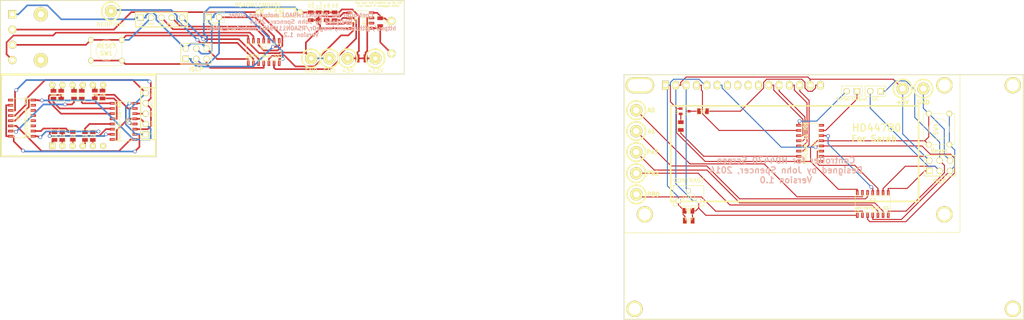
<source format=kicad_pcb>
(kicad_pcb (version 3) (host pcbnew "(2013-07-07 BZR 4022)-stable")

  (general
    (links 151)
    (no_connects 18)
    (area 11.770999 11.551446 263.829001 90.729001)
    (thickness 1.6)
    (drawings 16)
    (tracks 588)
    (zones 0)
    (modules 54)
    (nets 53)
  )

  (page A3)
  (layers
    (15 F.Cu signal)
    (0 B.Cu signal)
    (16 B.Adhes user)
    (17 F.Adhes user)
    (18 B.Paste user)
    (19 F.Paste user)
    (20 B.SilkS user)
    (21 F.SilkS user)
    (22 B.Mask user)
    (23 F.Mask user)
    (24 Dwgs.User user)
    (25 Cmts.User user)
    (26 Eco1.User user)
    (27 Eco2.User user)
    (28 Edge.Cuts user)
  )

  (setup
    (last_trace_width 0.4)
    (trace_clearance 0.254)
    (zone_clearance 0.508)
    (zone_45_only no)
    (trace_min 0.254)
    (segment_width 0.2)
    (edge_width 0.1)
    (via_size 0.889)
    (via_drill 0.635)
    (via_min_size 0.889)
    (via_min_drill 0.508)
    (uvia_size 0.508)
    (uvia_drill 0.127)
    (uvias_allowed no)
    (uvia_min_size 0.508)
    (uvia_min_drill 0.127)
    (pcb_text_width 0.3)
    (pcb_text_size 1.5 1.5)
    (mod_edge_width 0.15)
    (mod_text_size 1 1)
    (mod_text_width 0.15)
    (pad_size 1.524 1.524)
    (pad_drill 1)
    (pad_to_mask_clearance 0)
    (aux_axis_origin 0 0)
    (visible_elements 7FFFFFFF)
    (pcbplotparams
      (layerselection 284196865)
      (usegerberextensions true)
      (excludeedgelayer true)
      (linewidth 0.150000)
      (plotframeref false)
      (viasonmask false)
      (mode 1)
      (useauxorigin false)
      (hpglpennumber 1)
      (hpglpenspeed 20)
      (hpglpendiameter 15)
      (hpglpenoverlay 2)
      (psnegative false)
      (psa4output false)
      (plotreference true)
      (plotvalue true)
      (plotothertext true)
      (plotinvisibletext false)
      (padsonsilk false)
      (subtractmaskfromsilk false)
      (outputformat 1)
      (mirror false)
      (drillshape 0)
      (scaleselection 1)
      (outputdirectory ../Photos/))
  )

  (net 0 "")
  (net 1 +12V)
  (net 2 +5V)
  (net 3 GND)
  (net 4 N-000001)
  (net 5 N-0000010)
  (net 6 N-0000011)
  (net 7 N-0000012)
  (net 8 N-0000013)
  (net 9 N-0000014)
  (net 10 N-0000015)
  (net 11 N-0000016)
  (net 12 N-0000017)
  (net 13 N-0000018)
  (net 14 N-0000019)
  (net 15 N-000002)
  (net 16 N-0000020)
  (net 17 N-0000021)
  (net 18 N-0000022)
  (net 19 N-0000023)
  (net 20 N-0000024)
  (net 21 N-0000025)
  (net 22 N-0000026)
  (net 23 N-0000027)
  (net 24 N-0000028)
  (net 25 N-0000029)
  (net 26 N-0000030)
  (net 27 N-0000031)
  (net 28 N-0000032)
  (net 29 N-0000033)
  (net 30 N-0000034)
  (net 31 N-0000035)
  (net 32 N-0000036)
  (net 33 N-0000037)
  (net 34 N-0000038)
  (net 35 N-0000039)
  (net 36 N-000004)
  (net 37 N-0000040)
  (net 38 N-0000041)
  (net 39 N-0000042)
  (net 40 N-0000045)
  (net 41 N-0000046)
  (net 42 N-0000048)
  (net 43 N-0000049)
  (net 44 N-000005)
  (net 45 N-0000050)
  (net 46 N-0000051)
  (net 47 N-0000052)
  (net 48 N-0000053)
  (net 49 N-000006)
  (net 50 N-000007)
  (net 51 N-000008)
  (net 52 N-000009)

  (net_class Default "This is the default net class."
    (clearance 0.254)
    (trace_width 0.4)
    (via_dia 0.889)
    (via_drill 0.635)
    (uvia_dia 0.508)
    (uvia_drill 0.127)
    (add_net "")
    (add_net +12V)
    (add_net +5V)
    (add_net GND)
    (add_net N-000001)
    (add_net N-0000010)
    (add_net N-0000011)
    (add_net N-0000012)
    (add_net N-0000013)
    (add_net N-0000014)
    (add_net N-0000015)
    (add_net N-0000016)
    (add_net N-0000017)
    (add_net N-0000018)
    (add_net N-0000019)
    (add_net N-000002)
    (add_net N-0000020)
    (add_net N-0000021)
    (add_net N-0000022)
    (add_net N-0000023)
    (add_net N-0000024)
    (add_net N-0000025)
    (add_net N-0000026)
    (add_net N-0000027)
    (add_net N-0000028)
    (add_net N-0000029)
    (add_net N-0000030)
    (add_net N-0000031)
    (add_net N-0000032)
    (add_net N-0000033)
    (add_net N-0000034)
    (add_net N-0000035)
    (add_net N-0000036)
    (add_net N-0000037)
    (add_net N-0000038)
    (add_net N-0000039)
    (add_net N-000004)
    (add_net N-0000040)
    (add_net N-0000041)
    (add_net N-0000042)
    (add_net N-0000045)
    (add_net N-0000046)
    (add_net N-0000048)
    (add_net N-0000049)
    (add_net N-000005)
    (add_net N-0000050)
    (add_net N-0000051)
    (add_net N-0000052)
    (add_net N-0000053)
    (add_net N-000006)
    (add_net N-000007)
    (add_net N-000008)
    (add_net N-000009)
  )

  (module SW_PUSH_SMALL (layer F.Cu) (tedit 52EF4BF1) (tstamp 52E8F866)
    (at 242.85 43.7 90)
    (path /52E8F5E5)
    (fp_text reference SW1 (at 0 -0.762 90) (layer F.SilkS)
      (effects (font (size 1.016 1.016) (thickness 0.2032)))
    )
    (fp_text value Reset (at -5.3 0 180) (layer F.SilkS)
      (effects (font (size 1.016 1.016) (thickness 0.2032)))
    )
    (fp_circle (center 0 0) (end 0 -2.54) (layer F.SilkS) (width 0.127))
    (fp_line (start -3.81 -3.81) (end 3.81 -3.81) (layer F.SilkS) (width 0.127))
    (fp_line (start 3.81 -3.81) (end 3.81 3.81) (layer F.SilkS) (width 0.127))
    (fp_line (start 3.81 3.81) (end -3.81 3.81) (layer F.SilkS) (width 0.127))
    (fp_line (start -3.81 -3.81) (end -3.81 3.81) (layer F.SilkS) (width 0.127))
    (pad 1 thru_hole circle (at 3.81 -2.54 90) (size 1.397 1.397) (drill 0.8128)
      (layers *.Cu *.Mask F.SilkS)
      (net 3 GND)
    )
    (pad 2 thru_hole circle (at 3.81 2.54 90) (size 1.397 1.397) (drill 0.8128)
      (layers *.Cu *.Mask F.SilkS)
      (net 14 N-0000019)
    )
    (pad 1 thru_hole circle (at -3.81 -2.54 90) (size 1.397 1.397) (drill 0.8128)
      (layers *.Cu *.Mask F.SilkS)
      (net 3 GND)
    )
    (pad 2 thru_hole circle (at -3.81 2.54 90) (size 1.397 1.397) (drill 0.8128)
      (layers *.Cu *.Mask F.SilkS)
      (net 14 N-0000019)
    )
  )

  (module SOT323 (layer F.Cu) (tedit 450AC34A) (tstamp 52E8F875)
    (at 180.3 39.3 90)
    (tags "SMD SOT")
    (path /52E7BBAE)
    (attr smd)
    (fp_text reference Q1 (at 0.127 -2.032 90) (layer F.SilkS)
      (effects (font (size 0.762 0.762) (thickness 0.09906)))
    )
    (fp_text value NPN (at 0 0 90) (layer F.SilkS) hide
      (effects (font (size 0.70104 0.70104) (thickness 0.09906)))
    )
    (fp_line (start 0.254 0.508) (end 0.889 0.508) (layer F.SilkS) (width 0.127))
    (fp_line (start 0.889 0.508) (end 0.889 -0.508) (layer F.SilkS) (width 0.127))
    (fp_line (start -0.889 -0.508) (end -0.889 0.508) (layer F.SilkS) (width 0.127))
    (fp_line (start -0.889 0.508) (end -0.254 0.508) (layer F.SilkS) (width 0.127))
    (fp_line (start 0.254 0.635) (end 0.254 0.508) (layer F.SilkS) (width 0.127))
    (fp_line (start -0.254 0.508) (end -0.254 0.635) (layer F.SilkS) (width 0.127))
    (fp_line (start 0.889 -0.508) (end -0.889 -0.508) (layer F.SilkS) (width 0.127))
    (fp_line (start -0.254 0.635) (end 0.254 0.635) (layer F.SilkS) (width 0.127))
    (pad 2 smd rect (at -0.65024 -0.94996 90) (size 0.59944 1.00076)
      (layers F.Cu F.Paste F.Mask)
      (net 19 N-0000023)
    )
    (pad 1 smd rect (at 0.65024 -0.94996 90) (size 0.59944 1.00076)
      (layers F.Cu F.Paste F.Mask)
      (net 3 GND)
    )
    (pad 3 smd rect (at 0 0.94996 90) (size 0.59944 1.00076)
      (layers F.Cu F.Paste F.Mask)
      (net 16 N-0000020)
    )
    (model smd/SOT323.wrl
      (at (xyz 0 0 0.001))
      (scale (xyz 0.3937 0.3937 0.3937))
      (rotate (xyz 0 0 0))
    )
  )

  (module so-16 (layer F.Cu) (tedit 48A6B110) (tstamp 52E8F89E)
    (at 211.15 47.2 270)
    (descr SO-16)
    (path /52E5EFA7)
    (attr smd)
    (fp_text reference U1 (at 0 -1.016 270) (layer F.SilkS)
      (effects (font (size 0.7493 0.7493) (thickness 0.14986)))
    )
    (fp_text value 74HC595-16-PIN (at 0 1.016 270) (layer F.SilkS)
      (effects (font (size 0.7493 0.7493) (thickness 0.14986)))
    )
    (fp_line (start -1.905 -1.9812) (end -1.905 -3.0734) (layer F.SilkS) (width 0.127))
    (fp_line (start -0.635 -1.9812) (end -0.635 -3.0734) (layer F.SilkS) (width 0.127))
    (fp_line (start 0.635 -1.9812) (end 0.635 -3.0734) (layer F.SilkS) (width 0.127))
    (fp_line (start -3.175 -1.9812) (end -3.175 -3.0734) (layer F.SilkS) (width 0.127))
    (fp_line (start -4.445 -3.0734) (end -4.445 -1.9812) (layer F.SilkS) (width 0.127))
    (fp_line (start 1.905 -3.0734) (end 1.905 -1.9812) (layer F.SilkS) (width 0.127))
    (fp_line (start 3.175 -3.0734) (end 3.175 -1.9812) (layer F.SilkS) (width 0.127))
    (fp_line (start 4.445 -3.0734) (end 4.445 -1.9812) (layer F.SilkS) (width 0.127))
    (fp_line (start 4.445 1.9812) (end 4.445 3.0734) (layer F.SilkS) (width 0.127))
    (fp_line (start 3.175 1.9812) (end 3.175 3.0734) (layer F.SilkS) (width 0.127))
    (fp_line (start 1.905 1.9812) (end 1.905 3.0734) (layer F.SilkS) (width 0.127))
    (fp_line (start -4.445 1.9812) (end -4.445 3.0734) (layer F.SilkS) (width 0.127))
    (fp_line (start -3.175 3.0734) (end -3.175 1.9812) (layer F.SilkS) (width 0.127))
    (fp_line (start 0.635 3.0734) (end 0.635 1.9812) (layer F.SilkS) (width 0.127))
    (fp_line (start -0.635 3.0734) (end -0.635 1.9812) (layer F.SilkS) (width 0.127))
    (fp_line (start -1.905 3.0734) (end -1.905 1.9812) (layer F.SilkS) (width 0.127))
    (fp_circle (center -4.064 1.2446) (end -4.3434 1.6256) (layer F.SilkS) (width 0.127))
    (fp_line (start -4.826 -1.9812) (end -4.826 1.9812) (layer F.SilkS) (width 0.127))
    (fp_line (start -4.826 1.9812) (end 4.826 1.9812) (layer F.SilkS) (width 0.127))
    (fp_line (start 4.826 1.9812) (end 4.826 -1.9812) (layer F.SilkS) (width 0.127))
    (fp_line (start 4.826 -1.9812) (end -4.826 -1.9812) (layer F.SilkS) (width 0.127))
    (pad 1 smd rect (at -4.445 2.794 270) (size 0.635 1.27)
      (layers F.Cu F.Paste F.Mask)
      (net 9 N-0000014)
    )
    (pad 2 smd rect (at -3.175 2.794 270) (size 0.635 1.27)
      (layers F.Cu F.Paste F.Mask)
      (net 4 N-000001)
    )
    (pad 3 smd rect (at -1.905 2.794 270) (size 0.635 1.27)
      (layers F.Cu F.Paste F.Mask)
      (net 44 N-000005)
    )
    (pad 4 smd rect (at -0.635 2.794 270) (size 0.635 1.27)
      (layers F.Cu F.Paste F.Mask)
      (net 5 N-0000010)
    )
    (pad 5 smd rect (at 0.635 2.794 270) (size 0.635 1.27)
      (layers F.Cu F.Paste F.Mask)
      (net 52 N-000009)
    )
    (pad 6 smd rect (at 1.905 2.794 270) (size 0.635 1.27)
      (layers F.Cu F.Paste F.Mask)
      (net 51 N-000008)
    )
    (pad 7 smd rect (at 3.175 2.794 270) (size 0.635 1.27)
      (layers F.Cu F.Paste F.Mask)
      (net 18 N-0000022)
    )
    (pad 8 smd rect (at 4.445 2.794 270) (size 0.635 1.27)
      (layers F.Cu F.Paste F.Mask)
      (net 3 GND)
    )
    (pad 9 smd rect (at 4.445 -2.794 270) (size 0.635 1.27)
      (layers F.Cu F.Paste F.Mask)
    )
    (pad 10 smd rect (at 3.175 -2.794 270) (size 0.635 1.27)
      (layers F.Cu F.Paste F.Mask)
      (net 2 +5V)
    )
    (pad 11 smd rect (at 1.905 -2.794 270) (size 0.635 1.27)
      (layers F.Cu F.Paste F.Mask)
      (net 49 N-000006)
    )
    (pad 12 smd rect (at 0.635 -2.794 270) (size 0.635 1.27)
      (layers F.Cu F.Paste F.Mask)
      (net 23 N-0000027)
    )
    (pad 13 smd rect (at -0.635 -2.794 270) (size 0.635 1.27)
      (layers F.Cu F.Paste F.Mask)
      (net 3 GND)
    )
    (pad 14 smd rect (at -1.905 -2.794 270) (size 0.635 1.27)
      (layers F.Cu F.Paste F.Mask)
      (net 50 N-000007)
    )
    (pad 15 smd rect (at -3.175 -2.794 270) (size 0.635 1.27)
      (layers F.Cu F.Paste F.Mask)
      (net 20 N-0000024)
    )
    (pad 16 smd rect (at -4.445 -2.794 270) (size 0.635 1.27)
      (layers F.Cu F.Paste F.Mask)
    )
    (model smd/smd_dil/so-16.wrl
      (at (xyz 0 0 0))
      (scale (xyz 1 1 1))
      (rotate (xyz 0 0 0))
    )
  )

  (module SM0805 (layer F.Cu) (tedit 5091495C) (tstamp 52EE29FE)
    (at 181.3 66.2 180)
    (path /52E7B6CE)
    (attr smd)
    (fp_text reference C1 (at 0 -0.3175 180) (layer F.SilkS)
      (effects (font (size 0.50038 0.50038) (thickness 0.10922)))
    )
    (fp_text value 0.1uf (at 0 0.381 180) (layer F.SilkS)
      (effects (font (size 0.50038 0.50038) (thickness 0.10922)))
    )
    (fp_circle (center -1.651 0.762) (end -1.651 0.635) (layer F.SilkS) (width 0.09906))
    (fp_line (start -0.508 0.762) (end -1.524 0.762) (layer F.SilkS) (width 0.09906))
    (fp_line (start -1.524 0.762) (end -1.524 -0.762) (layer F.SilkS) (width 0.09906))
    (fp_line (start -1.524 -0.762) (end -0.508 -0.762) (layer F.SilkS) (width 0.09906))
    (fp_line (start 0.508 -0.762) (end 1.524 -0.762) (layer F.SilkS) (width 0.09906))
    (fp_line (start 1.524 -0.762) (end 1.524 0.762) (layer F.SilkS) (width 0.09906))
    (fp_line (start 1.524 0.762) (end 0.508 0.762) (layer F.SilkS) (width 0.09906))
    (pad 1 smd rect (at -0.9525 0 180) (size 0.889 1.397)
      (layers F.Cu F.Paste F.Mask)
      (net 2 +5V)
    )
    (pad 2 smd rect (at 0.9525 0 180) (size 0.889 1.397)
      (layers F.Cu F.Paste F.Mask)
      (net 3 GND)
    )
    (model smd/chip_cms.wrl
      (at (xyz 0 0 0))
      (scale (xyz 0.1 0.1 0.1))
      (rotate (xyz 0 0 0))
    )
  )

  (module SM0805 (layer F.Cu) (tedit 5091495C) (tstamp 52EE29D4)
    (at 181.25 63.8 180)
    (path /52E7B6DD)
    (attr smd)
    (fp_text reference C2 (at 0 -0.3175 180) (layer F.SilkS)
      (effects (font (size 0.50038 0.50038) (thickness 0.10922)))
    )
    (fp_text value 10uf (at 0 0.381 180) (layer F.SilkS)
      (effects (font (size 0.50038 0.50038) (thickness 0.10922)))
    )
    (fp_circle (center -1.651 0.762) (end -1.651 0.635) (layer F.SilkS) (width 0.09906))
    (fp_line (start -0.508 0.762) (end -1.524 0.762) (layer F.SilkS) (width 0.09906))
    (fp_line (start -1.524 0.762) (end -1.524 -0.762) (layer F.SilkS) (width 0.09906))
    (fp_line (start -1.524 -0.762) (end -0.508 -0.762) (layer F.SilkS) (width 0.09906))
    (fp_line (start 0.508 -0.762) (end 1.524 -0.762) (layer F.SilkS) (width 0.09906))
    (fp_line (start 1.524 -0.762) (end 1.524 0.762) (layer F.SilkS) (width 0.09906))
    (fp_line (start 1.524 0.762) (end 0.508 0.762) (layer F.SilkS) (width 0.09906))
    (pad 1 smd rect (at -0.9525 0 180) (size 0.889 1.397)
      (layers F.Cu F.Paste F.Mask)
      (net 2 +5V)
    )
    (pad 2 smd rect (at 0.9525 0 180) (size 0.889 1.397)
      (layers F.Cu F.Paste F.Mask)
      (net 3 GND)
    )
    (model smd/chip_cms.wrl
      (at (xyz 0 0 0))
      (scale (xyz 0.1 0.1 0.1))
      (rotate (xyz 0 0 0))
    )
  )

  (module SM0805 (layer F.Cu) (tedit 5091495C) (tstamp 52E8F8C5)
    (at 184.8 39.3 180)
    (path /52E7B452)
    (attr smd)
    (fp_text reference R2 (at 0 -0.3175 180) (layer F.SilkS)
      (effects (font (size 0.50038 0.50038) (thickness 0.10922)))
    )
    (fp_text value 220 (at 0 0.381 180) (layer F.SilkS)
      (effects (font (size 0.50038 0.50038) (thickness 0.10922)))
    )
    (fp_circle (center -1.651 0.762) (end -1.651 0.635) (layer F.SilkS) (width 0.09906))
    (fp_line (start -0.508 0.762) (end -1.524 0.762) (layer F.SilkS) (width 0.09906))
    (fp_line (start -1.524 0.762) (end -1.524 -0.762) (layer F.SilkS) (width 0.09906))
    (fp_line (start -1.524 -0.762) (end -0.508 -0.762) (layer F.SilkS) (width 0.09906))
    (fp_line (start 0.508 -0.762) (end 1.524 -0.762) (layer F.SilkS) (width 0.09906))
    (fp_line (start 1.524 -0.762) (end 1.524 0.762) (layer F.SilkS) (width 0.09906))
    (fp_line (start 1.524 0.762) (end 0.508 0.762) (layer F.SilkS) (width 0.09906))
    (pad 1 smd rect (at -0.9525 0 180) (size 0.889 1.397)
      (layers F.Cu F.Paste F.Mask)
      (net 36 N-000004)
    )
    (pad 2 smd rect (at 0.9525 0 180) (size 0.889 1.397)
      (layers F.Cu F.Paste F.Mask)
      (net 16 N-0000020)
    )
    (model smd/chip_cms.wrl
      (at (xyz 0 0 0))
      (scale (xyz 0.1 0.1 0.1))
      (rotate (xyz 0 0 0))
    )
  )

  (module SM0805 (layer F.Cu) (tedit 5091495C) (tstamp 52E8F8D2)
    (at 179.35 42.95 90)
    (path /52E7BB9A)
    (attr smd)
    (fp_text reference R1 (at 0 -0.3175 90) (layer F.SilkS)
      (effects (font (size 0.50038 0.50038) (thickness 0.10922)))
    )
    (fp_text value 1k (at 0 0.381 90) (layer F.SilkS)
      (effects (font (size 0.50038 0.50038) (thickness 0.10922)))
    )
    (fp_circle (center -1.651 0.762) (end -1.651 0.635) (layer F.SilkS) (width 0.09906))
    (fp_line (start -0.508 0.762) (end -1.524 0.762) (layer F.SilkS) (width 0.09906))
    (fp_line (start -1.524 0.762) (end -1.524 -0.762) (layer F.SilkS) (width 0.09906))
    (fp_line (start -1.524 -0.762) (end -0.508 -0.762) (layer F.SilkS) (width 0.09906))
    (fp_line (start 0.508 -0.762) (end 1.524 -0.762) (layer F.SilkS) (width 0.09906))
    (fp_line (start 1.524 -0.762) (end 1.524 0.762) (layer F.SilkS) (width 0.09906))
    (fp_line (start 1.524 0.762) (end 0.508 0.762) (layer F.SilkS) (width 0.09906))
    (pad 1 smd rect (at -0.9525 0 90) (size 0.889 1.397)
      (layers F.Cu F.Paste F.Mask)
      (net 18 N-0000022)
    )
    (pad 2 smd rect (at 0.9525 0 90) (size 0.889 1.397)
      (layers F.Cu F.Paste F.Mask)
      (net 19 N-0000023)
    )
    (model smd/chip_cms.wrl
      (at (xyz 0 0 0))
      (scale (xyz 0.1 0.1 0.1))
      (rotate (xyz 0 0 0))
    )
  )

  (module pin_array_3x2 (layer F.Cu) (tedit 52EF4BD3) (tstamp 52E8F8E0)
    (at 243 52.7)
    (descr "Double rangee de contacts 2 x 4 pins")
    (tags CONN)
    (path /52E5F34A)
    (fp_text reference P2 (at 0 -3.81) (layer F.SilkS) hide
      (effects (font (size 1.016 1.016) (thickness 0.2032)))
    )
    (fp_text value ISCP (at 0 3.81) (layer F.SilkS)
      (effects (font (size 1.016 1.016) (thickness 0.2032)))
    )
    (fp_line (start 3.81 2.54) (end -3.81 2.54) (layer F.SilkS) (width 0.2032))
    (fp_line (start -3.81 -2.54) (end 3.81 -2.54) (layer F.SilkS) (width 0.2032))
    (fp_line (start 3.81 -2.54) (end 3.81 2.54) (layer F.SilkS) (width 0.2032))
    (fp_line (start -3.81 2.54) (end -3.81 -2.54) (layer F.SilkS) (width 0.2032))
    (pad 1 thru_hole rect (at -2.54 1.27) (size 1.524 1.524) (drill 1.016)
      (layers *.Cu *.Mask F.SilkS)
      (net 6 N-0000011)
    )
    (pad 2 thru_hole circle (at -2.54 -1.27) (size 1.524 1.524) (drill 1.016)
      (layers *.Cu *.Mask F.SilkS)
      (net 2 +5V)
    )
    (pad 3 thru_hole circle (at 0 1.27) (size 1.524 1.524) (drill 1.016)
      (layers *.Cu *.Mask F.SilkS)
      (net 7 N-0000012)
    )
    (pad 4 thru_hole circle (at 0 -1.27) (size 1.524 1.524) (drill 1.016)
      (layers *.Cu *.Mask F.SilkS)
      (net 15 N-000002)
    )
    (pad 5 thru_hole circle (at 2.54 1.27) (size 1.524 1.524) (drill 1.016)
      (layers *.Cu *.Mask F.SilkS)
      (net 14 N-0000019)
    )
    (pad 6 thru_hole circle (at 2.54 -1.27) (size 1.524 1.524) (drill 1.016)
      (layers *.Cu *.Mask F.SilkS)
      (net 3 GND)
    )
    (model pin_array/pins_array_3x2.wrl
      (at (xyz 0 0 0))
      (scale (xyz 1 1 1))
      (rotate (xyz 0 0 0))
    )
  )

  (module PIN_ARRAY_2X1 (layer F.Cu) (tedit 52EF427F) (tstamp 52E8F8F6)
    (at 221.4 34.35 180)
    (descr "Connecteurs 2 pins")
    (tags "CONN DEV")
    (path /52E7BDA2)
    (fp_text reference P8 (at 0 -1.905 180) (layer F.SilkS) hide
      (effects (font (size 0.762 0.762) (thickness 0.1524)))
    )
    (fp_text value "Serial Output" (at 0 -1.905 180) (layer F.SilkS)
      (effects (font (size 0.762 0.762) (thickness 0.1524)))
    )
    (fp_line (start -2.54 1.27) (end -2.54 -1.27) (layer F.SilkS) (width 0.1524))
    (fp_line (start -2.54 -1.27) (end 2.54 -1.27) (layer F.SilkS) (width 0.1524))
    (fp_line (start 2.54 -1.27) (end 2.54 1.27) (layer F.SilkS) (width 0.1524))
    (fp_line (start 2.54 1.27) (end -2.54 1.27) (layer F.SilkS) (width 0.1524))
    (pad 1 thru_hole rect (at -1.27 0 180) (size 1.524 1.524) (drill 1.016)
      (layers *.Cu *.Mask F.SilkS)
      (net 20 N-0000024)
    )
    (pad 2 thru_hole circle (at 1.27 0 180) (size 1.524 1.524) (drill 1.016)
      (layers *.Cu *.Mask F.SilkS)
      (net 9 N-0000014)
    )
    (model pin_array/pins_array_2x1.wrl
      (at (xyz 0 0 0))
      (scale (xyz 1 1 1))
      (rotate (xyz 0 0 0))
    )
  )

  (module PIN_ARRAY_2X1 (layer F.Cu) (tedit 52EF42C6) (tstamp 52E8F900)
    (at 227.2 34.35 180)
    (descr "Connecteurs 2 pins")
    (tags "CONN DEV")
    (path /52E5F368)
    (fp_text reference P1 (at 0 -1.905 180) (layer F.SilkS) hide
      (effects (font (size 0.762 0.762) (thickness 0.1524)))
    )
    (fp_text value I2C (at 0 -1.905 180) (layer F.SilkS)
      (effects (font (size 0.762 0.762) (thickness 0.1524)))
    )
    (fp_line (start -2.54 1.27) (end -2.54 -1.27) (layer F.SilkS) (width 0.1524))
    (fp_line (start -2.54 -1.27) (end 2.54 -1.27) (layer F.SilkS) (width 0.1524))
    (fp_line (start 2.54 -1.27) (end 2.54 1.27) (layer F.SilkS) (width 0.1524))
    (fp_line (start 2.54 1.27) (end -2.54 1.27) (layer F.SilkS) (width 0.1524))
    (pad 1 thru_hole rect (at -1.27 0 180) (size 1.524 1.524) (drill 1.016)
      (layers *.Cu *.Mask F.SilkS)
      (net 15 N-000002)
    )
    (pad 2 thru_hole circle (at 1.27 0 180) (size 1.524 1.524) (drill 1.016)
      (layers *.Cu *.Mask F.SilkS)
      (net 7 N-0000012)
    )
    (model pin_array/pins_array_2x1.wrl
      (at (xyz 0 0 0))
      (scale (xyz 1 1 1))
      (rotate (xyz 0 0 0))
    )
  )

  (module 1pin (layer F.Cu) (tedit 52EF4B49) (tstamp 52E8F926)
    (at 168.4 39.05)
    (descr "module 1 pin")
    (tags DEV)
    (path /52E7BF11)
    (fp_text reference P3 (at 0 -3.048) (layer F.SilkS) hide
      (effects (font (size 1.016 1.016) (thickness 0.254)))
    )
    (fp_text value A0 (at 3.65 0) (layer F.SilkS)
      (effects (font (size 1.016 1.016) (thickness 0.254)))
    )
    (fp_circle (center 0 0) (end 0 -2.286) (layer F.SilkS) (width 0.381))
    (pad 1 thru_hole circle (at 0 0) (size 3 3) (drill 1.5)
      (layers *.Cu *.Mask F.SilkS)
      (net 10 N-0000015)
    )
  )

  (module 1pin (layer F.Cu) (tedit 52EF4B5D) (tstamp 52E8F92C)
    (at 168.4 44.2)
    (descr "module 1 pin")
    (tags DEV)
    (path /52E7BF3D)
    (fp_text reference P4 (at 0 -3.048) (layer F.SilkS) hide
      (effects (font (size 1.016 1.016) (thickness 0.254)))
    )
    (fp_text value A1 (at 3.75 0) (layer F.SilkS)
      (effects (font (size 1.016 1.016) (thickness 0.254)))
    )
    (fp_circle (center 0 0) (end 0 -2.286) (layer F.SilkS) (width 0.381))
    (pad 1 thru_hole circle (at 0 0) (size 3 3) (drill 1.5)
      (layers *.Cu *.Mask F.SilkS)
      (net 8 N-0000013)
    )
  )

  (module 1pin (layer F.Cu) (tedit 52EF4B73) (tstamp 52E8F932)
    (at 168.4 49.35)
    (descr "module 1 pin")
    (tags DEV)
    (path /52E7BF62)
    (fp_text reference P5 (at 0 -3.048) (layer F.SilkS) hide
      (effects (font (size 1.016 1.016) (thickness 0.254)))
    )
    (fp_text value PA7 (at 4 0) (layer F.SilkS)
      (effects (font (size 1.016 1.016) (thickness 0.254)))
    )
    (fp_circle (center 0 0) (end 0 -2.286) (layer F.SilkS) (width 0.381))
    (pad 1 thru_hole circle (at 0 0) (size 3 3) (drill 1.5)
      (layers *.Cu *.Mask F.SilkS)
      (net 13 N-0000018)
    )
  )

  (module 1pin (layer F.Cu) (tedit 52EF4B8D) (tstamp 52E8F938)
    (at 168.4 54.55)
    (descr "module 1 pin")
    (tags DEV)
    (path /52E7BF8C)
    (fp_text reference P6 (at 0 -3.048) (layer F.SilkS) hide
      (effects (font (size 1.016 1.016) (thickness 0.254)))
    )
    (fp_text value PB2 (at 4.1 0) (layer F.SilkS)
      (effects (font (size 1.016 1.016) (thickness 0.254)))
    )
    (fp_circle (center 0 0) (end 0 -2.286) (layer F.SilkS) (width 0.381))
    (pad 1 thru_hole circle (at 0 0) (size 3 3) (drill 1.5)
      (layers *.Cu *.Mask F.SilkS)
      (net 11 N-0000016)
    )
  )

  (module 1pin (layer F.Cu) (tedit 52EF4BA8) (tstamp 52E8F93E)
    (at 168.45 59.75)
    (descr "module 1 pin")
    (tags DEV)
    (path /52E7BFAC)
    (fp_text reference P7 (at 0 -3.048) (layer F.SilkS) hide
      (effects (font (size 1.016 1.016) (thickness 0.254)))
    )
    (fp_text value PB0 (at 4.15 0) (layer F.SilkS)
      (effects (font (size 1.016 1.016) (thickness 0.254)))
    )
    (fp_circle (center 0 0) (end 0 -2.286) (layer F.SilkS) (width 0.381))
    (pad 1 thru_hole circle (at 0 0) (size 3 3) (drill 1.5)
      (layers *.Cu *.Mask F.SilkS)
      (net 12 N-0000017)
    )
  )

  (module 1pin (layer F.Cu) (tedit 52F0C6FB) (tstamp 52E8F944)
    (at 233.9 33.75)
    (descr "module 1 pin")
    (tags DEV)
    (path /52E8E42C)
    (fp_text reference P9 (at -2.8 2.65) (layer F.SilkS) hide
      (effects (font (size 1.016 1.016) (thickness 0.254)))
    )
    (fp_text value +5V (at 0 3.3) (layer F.SilkS)
      (effects (font (size 1.016 1.016) (thickness 0.254)))
    )
    (fp_circle (center 0 0) (end 0 -2.286) (layer F.SilkS) (width 0.381))
    (pad 1 thru_hole circle (at 0 0) (size 3 3) (drill 1.5)
      (layers *.Cu *.Mask F.SilkS)
      (net 2 +5V)
    )
  )

  (module 1pin (layer F.Cu) (tedit 52F0C6FF) (tstamp 52E8F94A)
    (at 239 33.75)
    (descr "module 1 pin")
    (tags DEV)
    (path /52E8E441)
    (fp_text reference P10 (at 4 1.55) (layer F.SilkS) hide
      (effects (font (size 1.016 1.016) (thickness 0.254)))
    )
    (fp_text value GND (at 0 3.35) (layer F.SilkS)
      (effects (font (size 1.016 1.016) (thickness 0.254)))
    )
    (fp_circle (center 0 0) (end 0 -2.286) (layer F.SilkS) (width 0.381))
    (pad 1 thru_hole circle (at 0 0) (size 3 3) (drill 1.5)
      (layers *.Cu *.Mask F.SilkS)
      (net 3 GND)
    )
  )

  (module so-14 (layer F.Cu) (tedit 48A6BF8F) (tstamp 52E8FA73)
    (at 226.55 62.1)
    (descr SO-14)
    (path /52E5EF0A)
    (attr smd)
    (fp_text reference IC1 (at 0 -1.016) (layer F.SilkS)
      (effects (font (size 0.7493 0.7493) (thickness 0.14986)))
    )
    (fp_text value ATTINY84A-SS (at 0 1.016) (layer F.SilkS)
      (effects (font (size 0.7493 0.7493) (thickness 0.14986)))
    )
    (fp_line (start -4.318 -1.9812) (end -4.318 1.9812) (layer F.SilkS) (width 0.127))
    (fp_line (start -4.318 1.9812) (end 4.318 1.9812) (layer F.SilkS) (width 0.127))
    (fp_line (start 4.318 1.9812) (end 4.318 -1.9812) (layer F.SilkS) (width 0.127))
    (fp_line (start 4.318 -1.9812) (end -4.318 -1.9812) (layer F.SilkS) (width 0.127))
    (fp_line (start -2.54 -1.9812) (end -2.54 -3.0734) (layer F.SilkS) (width 0.127))
    (fp_line (start -1.27 -1.9812) (end -1.27 -3.0734) (layer F.SilkS) (width 0.127))
    (fp_line (start 0 -1.9812) (end 0 -3.0734) (layer F.SilkS) (width 0.127))
    (fp_line (start -3.81 -1.9812) (end -3.81 -3.0734) (layer F.SilkS) (width 0.127))
    (fp_line (start 1.27 -3.0734) (end 1.27 -1.9812) (layer F.SilkS) (width 0.127))
    (fp_line (start 2.54 -3.0734) (end 2.54 -1.9812) (layer F.SilkS) (width 0.127))
    (fp_line (start 3.81 -3.0734) (end 3.81 -1.9812) (layer F.SilkS) (width 0.127))
    (fp_line (start 3.81 1.9812) (end 3.81 3.0734) (layer F.SilkS) (width 0.127))
    (fp_line (start 2.54 1.9812) (end 2.54 3.0734) (layer F.SilkS) (width 0.127))
    (fp_line (start -3.81 1.9812) (end -3.81 3.0734) (layer F.SilkS) (width 0.127))
    (fp_line (start -2.54 3.0734) (end -2.54 1.9812) (layer F.SilkS) (width 0.127))
    (fp_line (start 1.27 3.0734) (end 1.27 1.9812) (layer F.SilkS) (width 0.127))
    (fp_line (start 0 3.0734) (end 0 1.9812) (layer F.SilkS) (width 0.127))
    (fp_line (start -1.27 3.0734) (end -1.27 1.9812) (layer F.SilkS) (width 0.127))
    (fp_circle (center -3.5814 1.2446) (end -3.8608 1.6256) (layer F.SilkS) (width 0.127))
    (pad 1 smd rect (at -3.81 2.794) (size 0.635 1.27)
      (layers F.Cu F.Paste F.Mask)
      (net 2 +5V)
    )
    (pad 2 smd rect (at -2.54 2.794) (size 0.635 1.27)
      (layers F.Cu F.Paste F.Mask)
      (net 12 N-0000017)
    )
    (pad 3 smd rect (at -1.27 2.794) (size 0.635 1.27)
      (layers F.Cu F.Paste F.Mask)
      (net 23 N-0000027)
    )
    (pad 4 smd rect (at 0 2.794) (size 0.635 1.27)
      (layers F.Cu F.Paste F.Mask)
      (net 14 N-0000019)
    )
    (pad 5 smd rect (at 1.27 2.794) (size 0.635 1.27)
      (layers F.Cu F.Paste F.Mask)
      (net 11 N-0000016)
    )
    (pad 6 smd rect (at 2.54 2.794) (size 0.635 1.27)
      (layers F.Cu F.Paste F.Mask)
      (net 13 N-0000018)
    )
    (pad 7 smd rect (at 3.81 2.794) (size 0.635 1.27)
      (layers F.Cu F.Paste F.Mask)
      (net 15 N-000002)
    )
    (pad 8 smd rect (at 3.81 -2.794) (size 0.635 1.27)
      (layers F.Cu F.Paste F.Mask)
      (net 6 N-0000011)
    )
    (pad 9 smd rect (at 2.54 -2.794) (size 0.635 1.27)
      (layers F.Cu F.Paste F.Mask)
      (net 7 N-0000012)
    )
    (pad 10 smd rect (at 1.27 -2.794) (size 0.635 1.27)
      (layers F.Cu F.Paste F.Mask)
      (net 49 N-000006)
    )
    (pad 11 smd rect (at 0 -2.794) (size 0.635 1.27)
      (layers F.Cu F.Paste F.Mask)
      (net 50 N-000007)
    )
    (pad 12 smd rect (at -1.27 -2.794) (size 0.635 1.27)
      (layers F.Cu F.Paste F.Mask)
      (net 8 N-0000013)
    )
    (pad 13 smd rect (at -2.54 -2.794) (size 0.635 1.27)
      (layers F.Cu F.Paste F.Mask)
      (net 10 N-0000015)
    )
    (pad 14 smd rect (at -3.81 -2.794) (size 0.635 1.27)
      (layers F.Cu F.Paste F.Mask)
      (net 3 GND)
    )
    (model smd/smd_dil/so-14.wrl
      (at (xyz 0 0 0))
      (scale (xyz 1 1 1))
      (rotate (xyz 0 0 0))
    )
  )

  (module CT-6ETP (layer F.Cu) (tedit 52EF4C0D) (tstamp 52E8F8EC)
    (at 181.25 60.1)
    (descr CT-6ETP)
    (tags CT-6ETP)
    (path /52E7B895)
    (fp_text reference 10k1 (at 0.1 0.3) (layer F.SilkS)
      (effects (font (size 1.016 1.016) (thickness 0.1524)))
    )
    (fp_text value CONTRAST (at 0 -3.75) (layer F.SilkS)
      (effects (font (size 1.016 1.016) (thickness 0.1524)))
    )
    (fp_line (start -3.75 2.5) (end 3.75 2.5) (layer F.SilkS) (width 0.15))
    (fp_line (start 3.75 2.5) (end 3.75 -2.5) (layer F.SilkS) (width 0.15))
    (fp_line (start 3.75 -2.5) (end -3.75 -2.5) (layer F.SilkS) (width 0.15))
    (fp_line (start -3.75 -2.5) (end -3.75 2.5) (layer F.SilkS) (width 0.15))
    (pad 1 thru_hole rect (at -2.5 1.25) (size 1.2 1.2) (drill 0.9)
      (layers *.Cu *.Mask F.SilkS)
      (net 3 GND)
    )
    (pad 2 thru_hole circle (at 0 -1.25) (size 1.2 1.2) (drill 0.9)
      (layers *.Cu *.Mask F.SilkS)
      (net 17 N-0000021)
    )
    (pad 3 thru_hole circle (at 2.5 1.25) (size 1.2 1.2) (drill 0.9)
      (layers *.Cu *.Mask F.SilkS)
      (net 2 +5V)
    )
    (model pin_array/pins_array_3x1.wrl
      (at (xyz 0 0 0))
      (scale (xyz 1 1 1))
      (rotate (xyz 0 0 0))
    )
  )

  (module LCD_16_pin   locked (layer F.Cu) (tedit 52F0C765) (tstamp 52E8F920)
    (at 165.5 30.4)
    (descr HD44780)
    (tags HD44780)
    (path /52E5F33B)
    (fp_text reference U2 (at 62 4) (layer F.SilkS) hide
      (effects (font (size 1.778 1.778) (thickness 0.3048)))
    )
    (fp_text value HD44780 (at 62 13) (layer F.SilkS)
      (effects (font (size 1.778 1.778) (thickness 0.3048)))
    )
    (fp_line (start 82.5 38.7) (end 0 38.8) (layer F.SilkS) (width 0.15))
    (fp_text user "For 2x16 or 4x20" (at 61.9 16.3) (layer F.SilkS) hide
      (effects (font (size 1 1) (thickness 0.15)))
    )
    (fp_line (start 82.5 38.7) (end 82.5 0.1) (layer F.SilkS) (width 0.15))
    (fp_line (start 0 60) (end 0 0) (layer F.SilkS) (width 0.15))
    (fp_line (start 0 0) (end 98 0) (layer F.SilkS) (width 0.15))
    (fp_line (start 98 60) (end 98 0) (layer F.SilkS) (width 0.15))
    (fp_line (start 1 60) (end 0 60) (layer F.SilkS) (width 0.15))
    (fp_line (start 1 60) (end 98 60) (layer F.SilkS) (width 0.15))
    (fp_text user "LINE 2" (at 23.425 23.455) (layer F.SilkS) hide
      (effects (font (size 2.54 2.54) (thickness 0.508)))
    )
    (fp_text user "LINE 1" (at 23.425 13.93) (layer F.SilkS) hide
      (effects (font (size 2.54 2.54) (thickness 0.508)))
    )
    (fp_line (start 11.36 7.58) (end 72.32 7.58) (layer F.SilkS) (width 0.381))
    (fp_line (start 72.32 7.58) (end 72.32 31.075) (layer F.SilkS) (width 0.381))
    (fp_line (start 72.32 31.075) (end 11.36 31.075) (layer F.SilkS) (width 0.381))
    (fp_line (start 11.36 31.075) (end 11.36 7.58) (layer F.SilkS) (width 0.381))
    (pad 1 thru_hole rect (at 10.09 2.5) (size 1.651 2.159) (drill 1.016)
      (layers *.Cu *.Mask F.SilkS)
      (net 3 GND)
    )
    (pad 2 thru_hole oval (at 12.63 2.5) (size 1.651 2.159) (drill 1.016)
      (layers *.Cu *.Mask F.SilkS)
      (net 2 +5V)
    )
    (pad 3 thru_hole oval (at 15.17 2.5) (size 1.651 2.159) (drill 1.016)
      (layers *.Cu *.Mask F.SilkS)
      (net 17 N-0000021)
    )
    (pad 4 thru_hole oval (at 17.71 2.5) (size 1.651 2.159) (drill 1.016)
      (layers *.Cu *.Mask F.SilkS)
      (net 4 N-000001)
    )
    (pad 5 thru_hole oval (at 20.25 2.5) (size 1.651 2.159) (drill 1.016)
      (layers *.Cu *.Mask F.SilkS)
      (net 3 GND)
    )
    (pad 6 thru_hole oval (at 22.79 2.5) (size 1.651 2.159) (drill 1.016)
      (layers *.Cu *.Mask F.SilkS)
      (net 23 N-0000027)
    )
    (pad 7 thru_hole oval (at 25.33 2.5) (size 1.651 2.159) (drill 1.016)
      (layers *.Cu *.Mask F.SilkS)
    )
    (pad 8 thru_hole oval (at 27.87 2.5) (size 1.651 2.159) (drill 1.016)
      (layers *.Cu *.Mask F.SilkS)
    )
    (pad 9 thru_hole oval (at 30.41 2.5) (size 1.651 2.159) (drill 1.016)
      (layers *.Cu *.Mask F.SilkS)
    )
    (pad 10 thru_hole oval (at 32.95 2.5) (size 1.651 2.159) (drill 1.016)
      (layers *.Cu *.Mask F.SilkS)
    )
    (pad 11 thru_hole oval (at 35.49 2.5) (size 1.651 2.159) (drill 1.016)
      (layers *.Cu *.Mask F.SilkS)
      (net 44 N-000005)
    )
    (pad 12 thru_hole oval (at 38.03 2.5) (size 1.651 2.159) (drill 1.016)
      (layers *.Cu *.Mask F.SilkS)
      (net 5 N-0000010)
    )
    (pad 13 thru_hole oval (at 40.57 2.5) (size 1.651 2.159) (drill 1.016)
      (layers *.Cu *.Mask F.SilkS)
      (net 52 N-000009)
    )
    (pad 14 thru_hole oval (at 43.11 2.5) (size 1.651 2.159) (drill 1.016)
      (layers *.Cu *.Mask F.SilkS)
      (net 51 N-000008)
    )
    (pad "" thru_hole oval (at 3.8 2.5) (size 7 4) (drill oval 6 3)
      (layers *.Cu *.Mask F.SilkS)
    )
    (pad "" thru_hole circle (at 5.01 34.25) (size 4 4) (drill 3)
      (layers *.Cu *.Mask F.SilkS)
    )
    (pad "" thru_hole circle (at 78.67 34.25) (size 4 4) (drill 3)
      (layers *.Cu *.Mask F.SilkS)
    )
    (pad 15 thru_hole oval (at 45.65 2.5) (size 1.651 2.159) (drill 1.016)
      (layers *.Cu *.Mask F.SilkS)
      (net 2 +5V)
    )
    (pad 16 thru_hole oval (at 48.19 2.5) (size 1.651 2.159) (drill 1.016)
      (layers *.Cu *.Mask F.SilkS)
      (net 36 N-000004)
    )
    (pad "" thru_hole circle (at 2.5 57.5) (size 4 4) (drill 3)
      (layers *.Cu *.Mask F.SilkS)
    )
    (pad "" thru_hole circle (at 95.5 57.5) (size 4 4) (drill 3)
      (layers *.Cu *.Mask F.SilkS)
    )
    (pad "" thru_hole circle (at 95.5 2.5) (size 4 4) (drill 3)
      (layers *.Cu *.Mask F.SilkS)
    )
    (pad "" thru_hole circle (at 78.67 2.5) (size 4 4) (drill 3)
      (layers *.Cu *.Mask F.SilkS)
    )
  )

  (module so-8 (layer F.Cu) (tedit 48A6C16E) (tstamp 52D21746)
    (at 100.55 17 90)
    (descr SO-8)
    (path /52D17394)
    (attr smd)
    (fp_text reference U1 (at 0 -1.016 90) (layer F.SilkS)
      (effects (font (size 0.7493 0.7493) (thickness 0.14986)))
    )
    (fp_text value L9110 (at 0 1.016 90) (layer F.SilkS)
      (effects (font (size 0.7493 0.7493) (thickness 0.14986)))
    )
    (fp_line (start -2.413 -1.9812) (end -2.413 1.9812) (layer F.SilkS) (width 0.127))
    (fp_line (start -2.413 1.9812) (end 2.413 1.9812) (layer F.SilkS) (width 0.127))
    (fp_line (start 2.413 1.9812) (end 2.413 -1.9812) (layer F.SilkS) (width 0.127))
    (fp_line (start 2.413 -1.9812) (end -2.413 -1.9812) (layer F.SilkS) (width 0.127))
    (fp_line (start -1.905 -1.9812) (end -1.905 -3.0734) (layer F.SilkS) (width 0.127))
    (fp_line (start -0.635 -1.9812) (end -0.635 -3.0734) (layer F.SilkS) (width 0.127))
    (fp_line (start 0.635 -1.9812) (end 0.635 -3.0734) (layer F.SilkS) (width 0.127))
    (fp_line (start 1.905 -3.0734) (end 1.905 -1.9812) (layer F.SilkS) (width 0.127))
    (fp_line (start 1.905 1.9812) (end 1.905 3.0734) (layer F.SilkS) (width 0.127))
    (fp_line (start 0.635 3.0734) (end 0.635 1.9812) (layer F.SilkS) (width 0.127))
    (fp_line (start -0.635 3.0734) (end -0.635 1.9812) (layer F.SilkS) (width 0.127))
    (fp_line (start -1.905 3.0734) (end -1.905 1.9812) (layer F.SilkS) (width 0.127))
    (fp_circle (center -1.6764 1.2446) (end -1.9558 1.6256) (layer F.SilkS) (width 0.127))
    (pad 1 smd rect (at -1.905 2.794 90) (size 0.635 1.27)
      (layers F.Cu F.Paste F.Mask)
      (net 39 N-0000042)
    )
    (pad 2 smd rect (at -0.635 2.794 90) (size 0.635 1.27)
      (layers F.Cu F.Paste F.Mask)
      (net 1 +12V)
    )
    (pad 3 smd rect (at 0.635 2.794 90) (size 0.635 1.27)
      (layers F.Cu F.Paste F.Mask)
      (net 1 +12V)
    )
    (pad 4 smd rect (at 1.905 2.794 90) (size 0.635 1.27)
      (layers F.Cu F.Paste F.Mask)
      (net 38 N-0000041)
    )
    (pad 5 smd rect (at 1.905 -2.794 90) (size 0.635 1.27)
      (layers F.Cu F.Paste F.Mask)
      (net 3 GND)
    )
    (pad 6 smd rect (at 0.635 -2.794 90) (size 0.635 1.27)
      (layers F.Cu F.Paste F.Mask)
      (net 46 N-0000051)
    )
    (pad 7 smd rect (at -0.635 -2.794 90) (size 0.635 1.27)
      (layers F.Cu F.Paste F.Mask)
      (net 41 N-0000046)
    )
    (pad 8 smd rect (at -1.905 -2.794 90) (size 0.635 1.27)
      (layers F.Cu F.Paste F.Mask)
      (net 3 GND)
    )
    (model smd/smd_dil/so-8.wrl
      (at (xyz 0 0 0))
      (scale (xyz 1 1 1))
      (rotate (xyz 0 0 0))
    )
  )

  (module SM0805 (layer F.Cu) (tedit 52DE4A87) (tstamp 52D21753)
    (at 90.3 15.95 270)
    (path /52D16BBC)
    (attr smd)
    (fp_text reference C1 (at -2.3 0.3 270) (layer F.SilkS)
      (effects (font (size 0.50038 0.50038) (thickness 0.10922)))
    )
    (fp_text value 0.1uf (at -2.7 -0.5 270) (layer F.SilkS)
      (effects (font (size 0.50038 0.50038) (thickness 0.10922)))
    )
    (fp_circle (center -1.651 0.762) (end -1.651 0.635) (layer F.SilkS) (width 0.09906))
    (fp_line (start -0.508 0.762) (end -1.524 0.762) (layer F.SilkS) (width 0.09906))
    (fp_line (start -1.524 0.762) (end -1.524 -0.762) (layer F.SilkS) (width 0.09906))
    (fp_line (start -1.524 -0.762) (end -0.508 -0.762) (layer F.SilkS) (width 0.09906))
    (fp_line (start 0.508 -0.762) (end 1.524 -0.762) (layer F.SilkS) (width 0.09906))
    (fp_line (start 1.524 -0.762) (end 1.524 0.762) (layer F.SilkS) (width 0.09906))
    (fp_line (start 1.524 0.762) (end 0.508 0.762) (layer F.SilkS) (width 0.09906))
    (pad 1 smd rect (at -0.9525 0 270) (size 0.889 1.397)
      (layers F.Cu F.Paste F.Mask)
      (net 1 +12V)
    )
    (pad 2 smd rect (at 0.9525 0 270) (size 0.889 1.397)
      (layers F.Cu F.Paste F.Mask)
      (net 3 GND)
    )
    (model smd/chip_cms.wrl
      (at (xyz 0 0 0))
      (scale (xyz 0.1 0.1 0.1))
      (rotate (xyz 0 0 0))
    )
  )

  (module SM0805 (layer F.Cu) (tedit 52E0D871) (tstamp 52D21760)
    (at 88.35 15.95 270)
    (path /52D16BFE)
    (attr smd)
    (fp_text reference C2 (at -2.6 0.3 270) (layer F.SilkS)
      (effects (font (size 0.50038 0.50038) (thickness 0.10922)))
    )
    (fp_text value 10uf (at -2.7 -0.5 270) (layer F.SilkS)
      (effects (font (size 0.50038 0.50038) (thickness 0.10922)))
    )
    (fp_circle (center -1.651 0.762) (end -1.651 0.635) (layer F.SilkS) (width 0.09906))
    (fp_line (start -0.508 0.762) (end -1.524 0.762) (layer F.SilkS) (width 0.09906))
    (fp_line (start -1.524 0.762) (end -1.524 -0.762) (layer F.SilkS) (width 0.09906))
    (fp_line (start -1.524 -0.762) (end -0.508 -0.762) (layer F.SilkS) (width 0.09906))
    (fp_line (start 0.508 -0.762) (end 1.524 -0.762) (layer F.SilkS) (width 0.09906))
    (fp_line (start 1.524 -0.762) (end 1.524 0.762) (layer F.SilkS) (width 0.09906))
    (fp_line (start 1.524 0.762) (end 0.508 0.762) (layer F.SilkS) (width 0.09906))
    (pad 1 smd rect (at -0.9525 0 270) (size 0.889 1.397)
      (layers F.Cu F.Paste F.Mask)
      (net 1 +12V)
    )
    (pad 2 smd rect (at 0.9525 0 270) (size 0.889 1.397)
      (layers F.Cu F.Paste F.Mask)
      (net 3 GND)
    )
    (model smd/chip_cms.wrl
      (at (xyz 0 0 0))
      (scale (xyz 0.1 0.1 0.1))
      (rotate (xyz 0 0 0))
    )
  )

  (module SM0805 (layer F.Cu) (tedit 52E0D86A) (tstamp 52D2176D)
    (at 92.25 15.95 270)
    (path /52D17404)
    (attr smd)
    (fp_text reference R1 (at -2.6 0.4 270) (layer F.SilkS)
      (effects (font (size 0.50038 0.50038) (thickness 0.10922)))
    )
    (fp_text value 10k (at -2.6 -0.5 270) (layer F.SilkS)
      (effects (font (size 0.50038 0.50038) (thickness 0.10922)))
    )
    (fp_circle (center -1.651 0.762) (end -1.651 0.635) (layer F.SilkS) (width 0.09906))
    (fp_line (start -0.508 0.762) (end -1.524 0.762) (layer F.SilkS) (width 0.09906))
    (fp_line (start -1.524 0.762) (end -1.524 -0.762) (layer F.SilkS) (width 0.09906))
    (fp_line (start -1.524 -0.762) (end -0.508 -0.762) (layer F.SilkS) (width 0.09906))
    (fp_line (start 0.508 -0.762) (end 1.524 -0.762) (layer F.SilkS) (width 0.09906))
    (fp_line (start 1.524 -0.762) (end 1.524 0.762) (layer F.SilkS) (width 0.09906))
    (fp_line (start 1.524 0.762) (end 0.508 0.762) (layer F.SilkS) (width 0.09906))
    (pad 1 smd rect (at -0.9525 0 270) (size 0.889 1.397)
      (layers F.Cu F.Paste F.Mask)
      (net 1 +12V)
    )
    (pad 2 smd rect (at 0.9525 0 270) (size 0.889 1.397)
      (layers F.Cu F.Paste F.Mask)
      (net 41 N-0000046)
    )
    (model smd/chip_cms.wrl
      (at (xyz 0 0 0))
      (scale (xyz 0.1 0.1 0.1))
      (rotate (xyz 0 0 0))
    )
  )

  (module SM0805 (layer F.Cu) (tedit 52E0D878) (tstamp 52D2177A)
    (at 94.2 15.95 270)
    (path /52D17426)
    (attr smd)
    (fp_text reference R2 (at -2.6 0.3 270) (layer F.SilkS)
      (effects (font (size 0.50038 0.50038) (thickness 0.10922)))
    )
    (fp_text value 10k (at -2.6 -0.6 270) (layer F.SilkS)
      (effects (font (size 0.50038 0.50038) (thickness 0.10922)))
    )
    (fp_circle (center -1.651 0.762) (end -1.651 0.635) (layer F.SilkS) (width 0.09906))
    (fp_line (start -0.508 0.762) (end -1.524 0.762) (layer F.SilkS) (width 0.09906))
    (fp_line (start -1.524 0.762) (end -1.524 -0.762) (layer F.SilkS) (width 0.09906))
    (fp_line (start -1.524 -0.762) (end -0.508 -0.762) (layer F.SilkS) (width 0.09906))
    (fp_line (start 0.508 -0.762) (end 1.524 -0.762) (layer F.SilkS) (width 0.09906))
    (fp_line (start 1.524 -0.762) (end 1.524 0.762) (layer F.SilkS) (width 0.09906))
    (fp_line (start 1.524 0.762) (end 0.508 0.762) (layer F.SilkS) (width 0.09906))
    (pad 1 smd rect (at -0.9525 0 270) (size 0.889 1.397)
      (layers F.Cu F.Paste F.Mask)
      (net 1 +12V)
    )
    (pad 2 smd rect (at 0.9525 0 270) (size 0.889 1.397)
      (layers F.Cu F.Paste F.Mask)
      (net 46 N-0000051)
    )
    (model smd/chip_cms.wrl
      (at (xyz 0 0 0))
      (scale (xyz 0.1 0.1 0.1))
      (rotate (xyz 0 0 0))
    )
  )

  (module SM0805 (layer F.Cu) (tedit 52DE497F) (tstamp 52D21860)
    (at 105.45 17.4 90)
    (path /52D1799E)
    (attr smd)
    (fp_text reference C3 (at 0.1 1.4 90) (layer F.SilkS)
      (effects (font (size 0.50038 0.50038) (thickness 0.10922)))
    )
    (fp_text value 0.1uf (at 0.1 2.1 90) (layer F.SilkS)
      (effects (font (size 0.50038 0.50038) (thickness 0.10922)))
    )
    (fp_circle (center -1.651 0.762) (end -1.651 0.635) (layer F.SilkS) (width 0.09906))
    (fp_line (start -0.508 0.762) (end -1.524 0.762) (layer F.SilkS) (width 0.09906))
    (fp_line (start -1.524 0.762) (end -1.524 -0.762) (layer F.SilkS) (width 0.09906))
    (fp_line (start -1.524 -0.762) (end -0.508 -0.762) (layer F.SilkS) (width 0.09906))
    (fp_line (start 0.508 -0.762) (end 1.524 -0.762) (layer F.SilkS) (width 0.09906))
    (fp_line (start 1.524 -0.762) (end 1.524 0.762) (layer F.SilkS) (width 0.09906))
    (fp_line (start 1.524 0.762) (end 0.508 0.762) (layer F.SilkS) (width 0.09906))
    (pad 1 smd rect (at -0.9525 0 90) (size 0.889 1.397)
      (layers F.Cu F.Paste F.Mask)
      (net 39 N-0000042)
    )
    (pad 2 smd rect (at 0.9525 0 90) (size 0.889 1.397)
      (layers F.Cu F.Paste F.Mask)
      (net 38 N-0000041)
    )
    (model smd/chip_cms.wrl
      (at (xyz 0 0 0))
      (scale (xyz 0.1 0.1 0.1))
      (rotate (xyz 0 0 0))
    )
  )

  (module R4 (layer F.Cu) (tedit 52DE4B4A) (tstamp 52E3ED4D)
    (at 80.6 15)
    (descr "Resitance 4 pas")
    (tags R)
    (path /52D2122A)
    (autoplace_cost180 10)
    (fp_text reference R3 (at 0 -1.9) (layer F.SilkS) hide
      (effects (font (size 1.397 1.27) (thickness 0.2032)))
    )
    (fp_text value 1M (at 0 0.1) (layer F.SilkS)
      (effects (font (size 1.397 1.27) (thickness 0.2032)))
    )
    (fp_line (start -5.08 0) (end -4.064 0) (layer F.SilkS) (width 0.3048))
    (fp_line (start -4.064 0) (end -4.064 -1.016) (layer F.SilkS) (width 0.3048))
    (fp_line (start -4.064 -1.016) (end 4.064 -1.016) (layer F.SilkS) (width 0.3048))
    (fp_line (start 4.064 -1.016) (end 4.064 1.016) (layer F.SilkS) (width 0.3048))
    (fp_line (start 4.064 1.016) (end -4.064 1.016) (layer F.SilkS) (width 0.3048))
    (fp_line (start -4.064 1.016) (end -4.064 0) (layer F.SilkS) (width 0.3048))
    (fp_line (start -4.064 -0.508) (end -3.556 -1.016) (layer F.SilkS) (width 0.3048))
    (fp_line (start 5.08 0) (end 4.064 0) (layer F.SilkS) (width 0.3048))
    (pad 1 thru_hole circle (at -5.08 0) (size 1.524 1.524) (drill 0.8128)
      (layers *.Cu *.Mask F.SilkS)
      (net 43 N-0000049)
    )
    (pad 2 thru_hole circle (at 5.08 0) (size 1.524 1.524) (drill 0.8128)
      (layers *.Cu *.Mask F.SilkS)
      (net 1 +12V)
    )
    (model discret/resistor.wrl
      (at (xyz 0 0 0))
      (scale (xyz 0.4 0.4 0.4))
      (rotate (xyz 0 0 0))
    )
  )

  (module 1pin_slider (layer F.Cu) (tedit 52E464E0) (tstamp 52D217A1)
    (at 39.25 14.7)
    (descr "module 1 pin")
    (tags DEV)
    (path /52E395C8)
    (fp_text reference P2 (at -3.5 0) (layer F.SilkS) hide
      (effects (font (size 1.016 1.016) (thickness 0.254)))
    )
    (fp_text value NEOPIXEL (at 0 3.25) (layer F.SilkS)
      (effects (font (size 1.016 1) (thickness 0.15)))
    )
    (fp_circle (center 0 0) (end 0 -2.286) (layer F.SilkS) (width 0.381))
    (pad 1 thru_hole circle (at 0 0) (size 3 3) (drill 1)
      (layers *.Cu *.Mask F.SilkS)
      (net 42 N-0000048)
    )
  )

  (module 1pin_slider (layer F.Cu) (tedit 52E249EB) (tstamp 52D4F1CE)
    (at 88.45 26.3)
    (descr "module 1 pin")
    (tags DEV)
    (path /52D4F14F)
    (fp_text reference P7 (at 0 -3.048) (layer F.SilkS) hide
      (effects (font (size 1.016 1.016) (thickness 0.254)))
    )
    (fp_text value GND (at 0 3) (layer F.SilkS)
      (effects (font (size 1 1) (thickness 0.15)))
    )
    (fp_circle (center 0 0) (end 0 -2.286) (layer F.SilkS) (width 0.381))
    (pad 1 thru_hole circle (at 0 0) (size 3 3) (drill 1)
      (layers *.Cu *.Mask F.SilkS)
      (net 3 GND)
    )
  )

  (module 1pin_slider (layer F.Cu) (tedit 52E3F10A) (tstamp 52D4F1C8)
    (at 104.25 26.3)
    (descr "module 1 pin")
    (tags DEV)
    (path /52D4F149)
    (fp_text reference P6 (at 0 -3.048) (layer F.SilkS) hide
      (effects (font (size 1.016 1.016) (thickness 0.254)))
    )
    (fp_text value +12V (at 0 3) (layer F.SilkS)
      (effects (font (size 1 1) (thickness 0.15)))
    )
    (fp_circle (center 0 0) (end 0 -2.286) (layer F.SilkS) (width 0.381))
    (pad 1 thru_hole circle (at 0 0) (size 3 3) (drill 1)
      (layers *.Cu *.Mask F.SilkS)
      (net 1 +12V)
    )
  )

  (module 1pin_slider (layer F.Cu) (tedit 52E249F1) (tstamp 52E24944)
    (at 92.95 26.3)
    (descr "module 1 pin")
    (tags DEV)
    (path /52E248E7)
    (fp_text reference P9 (at 0 -3.048) (layer F.SilkS) hide
      (effects (font (size 1.016 1.016) (thickness 0.254)))
    )
    (fp_text value GND (at 0 3) (layer F.SilkS)
      (effects (font (size 1 1) (thickness 0.15)))
    )
    (fp_circle (center 0 0) (end 0 -2.286) (layer F.SilkS) (width 0.381))
    (pad 1 thru_hole circle (at 0 0) (size 3 3) (drill 1)
      (layers *.Cu *.Mask F.SilkS)
      (net 3 GND)
    )
  )

  (module 1pin_slider (layer F.Cu) (tedit 52E3F105) (tstamp 52E2494A)
    (at 97.45 26.3)
    (descr "module 1 pin")
    (tags DEV)
    (path /52E248EF)
    (fp_text reference P8 (at 0 -3.048) (layer F.SilkS) hide
      (effects (font (size 1.016 1.016) (thickness 0.254)))
    )
    (fp_text value +5V (at 0 3) (layer F.SilkS)
      (effects (font (size 1 1) (thickness 0.15)))
    )
    (fp_circle (center 0 0) (end 0 -2.286) (layer F.SilkS) (width 0.381))
    (pad 1 thru_hole circle (at 0 0) (size 3 3) (drill 1)
      (layers *.Cu *.Mask F.SilkS)
      (net 1 +12V)
    )
  )

  (module break_connection (layer F.Cu) (tedit 52E24E3F) (tstamp 52E2D534)
    (at 100.85 24.3)
    (path /52E24E03)
    (fp_text reference U3 (at 0 3.75) (layer F.SilkS) hide
      (effects (font (size 1 1) (thickness 0.15)))
    )
    (fp_text value BREAK_CONNECTION (at 0 0) (layer F.SilkS) hide
      (effects (font (size 1 1) (thickness 0.15)))
    )
    (pad 1 connect rect (at -1 2) (size 1 2)
      (layers F.Cu F.Mask)
      (net 1 +12V)
    )
    (pad 2 connect rect (at 1 2) (size 1 2)
      (layers F.Cu F.Mask)
      (net 1 +12V)
    )
  )

  (module SW_PUSH_SMALL (layer F.Cu) (tedit 46544DB3) (tstamp 52E3D699)
    (at 38.1 24.3 180)
    (path /52E38B00)
    (fp_text reference SW1 (at 0 -0.762 180) (layer F.SilkS)
      (effects (font (size 1.016 1.016) (thickness 0.2032)))
    )
    (fp_text value RESET (at 0 1.016 180) (layer F.SilkS)
      (effects (font (size 1.016 1.016) (thickness 0.2032)))
    )
    (fp_circle (center 0 0) (end 0 -2.54) (layer F.SilkS) (width 0.127))
    (fp_line (start -3.81 -3.81) (end 3.81 -3.81) (layer F.SilkS) (width 0.127))
    (fp_line (start 3.81 -3.81) (end 3.81 3.81) (layer F.SilkS) (width 0.127))
    (fp_line (start 3.81 3.81) (end -3.81 3.81) (layer F.SilkS) (width 0.127))
    (fp_line (start -3.81 -3.81) (end -3.81 3.81) (layer F.SilkS) (width 0.127))
    (pad 1 thru_hole circle (at 3.81 -2.54 180) (size 1.397 1.397) (drill 0.8128)
      (layers *.Cu *.Mask F.SilkS)
      (net 13 N-0000018)
    )
    (pad 2 thru_hole circle (at 3.81 2.54 180) (size 1.397 1.397) (drill 0.8128)
      (layers *.Cu *.Mask F.SilkS)
      (net 3 GND)
    )
    (pad 1 thru_hole circle (at -3.81 -2.54 180) (size 1.397 1.397) (drill 0.8128)
      (layers *.Cu *.Mask F.SilkS)
      (net 13 N-0000018)
    )
    (pad 2 thru_hole circle (at -3.81 2.54 180) (size 1.397 1.397) (drill 0.8128)
      (layers *.Cu *.Mask F.SilkS)
      (net 3 GND)
    )
  )

  (module so-16 (layer F.Cu) (tedit 48A6B110) (tstamp 52E3E660)
    (at 42.35 41.8 270)
    (descr SO-16)
    (path /52E3B371)
    (attr smd)
    (fp_text reference U5 (at 0 -1.016 270) (layer F.SilkS)
      (effects (font (size 0.7493 0.7493) (thickness 0.14986)))
    )
    (fp_text value 74HC595-16-PIN (at 0 1.016 270) (layer F.SilkS)
      (effects (font (size 0.7493 0.7493) (thickness 0.14986)))
    )
    (fp_line (start -1.905 -1.9812) (end -1.905 -3.0734) (layer F.SilkS) (width 0.127))
    (fp_line (start -0.635 -1.9812) (end -0.635 -3.0734) (layer F.SilkS) (width 0.127))
    (fp_line (start 0.635 -1.9812) (end 0.635 -3.0734) (layer F.SilkS) (width 0.127))
    (fp_line (start -3.175 -1.9812) (end -3.175 -3.0734) (layer F.SilkS) (width 0.127))
    (fp_line (start -4.445 -3.0734) (end -4.445 -1.9812) (layer F.SilkS) (width 0.127))
    (fp_line (start 1.905 -3.0734) (end 1.905 -1.9812) (layer F.SilkS) (width 0.127))
    (fp_line (start 3.175 -3.0734) (end 3.175 -1.9812) (layer F.SilkS) (width 0.127))
    (fp_line (start 4.445 -3.0734) (end 4.445 -1.9812) (layer F.SilkS) (width 0.127))
    (fp_line (start 4.445 1.9812) (end 4.445 3.0734) (layer F.SilkS) (width 0.127))
    (fp_line (start 3.175 1.9812) (end 3.175 3.0734) (layer F.SilkS) (width 0.127))
    (fp_line (start 1.905 1.9812) (end 1.905 3.0734) (layer F.SilkS) (width 0.127))
    (fp_line (start -4.445 1.9812) (end -4.445 3.0734) (layer F.SilkS) (width 0.127))
    (fp_line (start -3.175 3.0734) (end -3.175 1.9812) (layer F.SilkS) (width 0.127))
    (fp_line (start 0.635 3.0734) (end 0.635 1.9812) (layer F.SilkS) (width 0.127))
    (fp_line (start -0.635 3.0734) (end -0.635 1.9812) (layer F.SilkS) (width 0.127))
    (fp_line (start -1.905 3.0734) (end -1.905 1.9812) (layer F.SilkS) (width 0.127))
    (fp_circle (center -4.064 1.2446) (end -4.3434 1.6256) (layer F.SilkS) (width 0.127))
    (fp_line (start -4.826 -1.9812) (end -4.826 1.9812) (layer F.SilkS) (width 0.127))
    (fp_line (start -4.826 1.9812) (end 4.826 1.9812) (layer F.SilkS) (width 0.127))
    (fp_line (start 4.826 1.9812) (end 4.826 -1.9812) (layer F.SilkS) (width 0.127))
    (fp_line (start 4.826 -1.9812) (end -4.826 -1.9812) (layer F.SilkS) (width 0.127))
    (pad 1 smd rect (at -4.445 2.794 270) (size 0.635 1.27)
      (layers F.Cu F.Paste F.Mask)
      (net 19 N-0000023)
    )
    (pad 2 smd rect (at -3.175 2.794 270) (size 0.635 1.27)
      (layers F.Cu F.Paste F.Mask)
      (net 37 N-0000040)
    )
    (pad 3 smd rect (at -1.905 2.794 270) (size 0.635 1.27)
      (layers F.Cu F.Paste F.Mask)
      (net 17 N-0000021)
    )
    (pad 4 smd rect (at -0.635 2.794 270) (size 0.635 1.27)
      (layers F.Cu F.Paste F.Mask)
      (net 21 N-0000025)
    )
    (pad 5 smd rect (at 0.635 2.794 270) (size 0.635 1.27)
      (layers F.Cu F.Paste F.Mask)
      (net 20 N-0000024)
    )
    (pad 6 smd rect (at 1.905 2.794 270) (size 0.635 1.27)
      (layers F.Cu F.Paste F.Mask)
      (net 32 N-0000036)
    )
    (pad 7 smd rect (at 3.175 2.794 270) (size 0.635 1.27)
      (layers F.Cu F.Paste F.Mask)
      (net 16 N-0000020)
    )
    (pad 8 smd rect (at 4.445 2.794 270) (size 0.635 1.27)
      (layers F.Cu F.Paste F.Mask)
      (net 9 N-0000014)
    )
    (pad 9 smd rect (at 4.445 -2.794 270) (size 0.635 1.27)
      (layers F.Cu F.Paste F.Mask)
      (net 15 N-000002)
    )
    (pad 10 smd rect (at 3.175 -2.794 270) (size 0.635 1.27)
      (layers F.Cu F.Paste F.Mask)
      (net 10 N-0000015)
    )
    (pad 11 smd rect (at 1.905 -2.794 270) (size 0.635 1.27)
      (layers F.Cu F.Paste F.Mask)
      (net 7 N-0000012)
    )
    (pad 12 smd rect (at 0.635 -2.794 270) (size 0.635 1.27)
      (layers F.Cu F.Paste F.Mask)
      (net 14 N-0000019)
    )
    (pad 13 smd rect (at -0.635 -2.794 270) (size 0.635 1.27)
      (layers F.Cu F.Paste F.Mask)
      (net 9 N-0000014)
    )
    (pad 14 smd rect (at -1.905 -2.794 270) (size 0.635 1.27)
      (layers F.Cu F.Paste F.Mask)
      (net 8 N-0000013)
    )
    (pad 15 smd rect (at -3.175 -2.794 270) (size 0.635 1.27)
      (layers F.Cu F.Paste F.Mask)
      (net 35 N-0000039)
    )
    (pad 16 smd rect (at -4.445 -2.794 270) (size 0.635 1.27)
      (layers F.Cu F.Paste F.Mask)
      (net 10 N-0000015)
    )
    (model smd/smd_dil/so-16.wrl
      (at (xyz 0 0 0))
      (scale (xyz 1 1 1))
      (rotate (xyz 0 0 0))
    )
  )

  (module so-16 (layer F.Cu) (tedit 48A6B110) (tstamp 52E3D6EB)
    (at 17.35 41 90)
    (descr SO-16)
    (path /52E3B3AB)
    (attr smd)
    (fp_text reference U4 (at 0 -1.016 90) (layer F.SilkS)
      (effects (font (size 0.7493 0.7493) (thickness 0.14986)))
    )
    (fp_text value 74HC595-16-PIN (at 0 1.016 90) (layer F.SilkS)
      (effects (font (size 0.7493 0.7493) (thickness 0.14986)))
    )
    (fp_line (start -1.905 -1.9812) (end -1.905 -3.0734) (layer F.SilkS) (width 0.127))
    (fp_line (start -0.635 -1.9812) (end -0.635 -3.0734) (layer F.SilkS) (width 0.127))
    (fp_line (start 0.635 -1.9812) (end 0.635 -3.0734) (layer F.SilkS) (width 0.127))
    (fp_line (start -3.175 -1.9812) (end -3.175 -3.0734) (layer F.SilkS) (width 0.127))
    (fp_line (start -4.445 -3.0734) (end -4.445 -1.9812) (layer F.SilkS) (width 0.127))
    (fp_line (start 1.905 -3.0734) (end 1.905 -1.9812) (layer F.SilkS) (width 0.127))
    (fp_line (start 3.175 -3.0734) (end 3.175 -1.9812) (layer F.SilkS) (width 0.127))
    (fp_line (start 4.445 -3.0734) (end 4.445 -1.9812) (layer F.SilkS) (width 0.127))
    (fp_line (start 4.445 1.9812) (end 4.445 3.0734) (layer F.SilkS) (width 0.127))
    (fp_line (start 3.175 1.9812) (end 3.175 3.0734) (layer F.SilkS) (width 0.127))
    (fp_line (start 1.905 1.9812) (end 1.905 3.0734) (layer F.SilkS) (width 0.127))
    (fp_line (start -4.445 1.9812) (end -4.445 3.0734) (layer F.SilkS) (width 0.127))
    (fp_line (start -3.175 3.0734) (end -3.175 1.9812) (layer F.SilkS) (width 0.127))
    (fp_line (start 0.635 3.0734) (end 0.635 1.9812) (layer F.SilkS) (width 0.127))
    (fp_line (start -0.635 3.0734) (end -0.635 1.9812) (layer F.SilkS) (width 0.127))
    (fp_line (start -1.905 3.0734) (end -1.905 1.9812) (layer F.SilkS) (width 0.127))
    (fp_circle (center -4.064 1.2446) (end -4.3434 1.6256) (layer F.SilkS) (width 0.127))
    (fp_line (start -4.826 -1.9812) (end -4.826 1.9812) (layer F.SilkS) (width 0.127))
    (fp_line (start -4.826 1.9812) (end 4.826 1.9812) (layer F.SilkS) (width 0.127))
    (fp_line (start 4.826 1.9812) (end 4.826 -1.9812) (layer F.SilkS) (width 0.127))
    (fp_line (start 4.826 -1.9812) (end -4.826 -1.9812) (layer F.SilkS) (width 0.127))
    (pad 1 smd rect (at -4.445 2.794 90) (size 0.635 1.27)
      (layers F.Cu F.Paste F.Mask)
      (net 5 N-0000010)
    )
    (pad 2 smd rect (at -3.175 2.794 90) (size 0.635 1.27)
      (layers F.Cu F.Paste F.Mask)
      (net 30 N-0000034)
    )
    (pad 3 smd rect (at -1.905 2.794 90) (size 0.635 1.27)
      (layers F.Cu F.Paste F.Mask)
    )
    (pad 4 smd rect (at -0.635 2.794 90) (size 0.635 1.27)
      (layers F.Cu F.Paste F.Mask)
    )
    (pad 5 smd rect (at 0.635 2.794 90) (size 0.635 1.27)
      (layers F.Cu F.Paste F.Mask)
    )
    (pad 6 smd rect (at 1.905 2.794 90) (size 0.635 1.27)
      (layers F.Cu F.Paste F.Mask)
    )
    (pad 7 smd rect (at 3.175 2.794 90) (size 0.635 1.27)
      (layers F.Cu F.Paste F.Mask)
    )
    (pad 8 smd rect (at 4.445 2.794 90) (size 0.635 1.27)
      (layers F.Cu F.Paste F.Mask)
      (net 9 N-0000014)
    )
    (pad 9 smd rect (at 4.445 -2.794 90) (size 0.635 1.27)
      (layers F.Cu F.Paste F.Mask)
    )
    (pad 10 smd rect (at 3.175 -2.794 90) (size 0.635 1.27)
      (layers F.Cu F.Paste F.Mask)
      (net 10 N-0000015)
    )
    (pad 11 smd rect (at 1.905 -2.794 90) (size 0.635 1.27)
      (layers F.Cu F.Paste F.Mask)
      (net 7 N-0000012)
    )
    (pad 12 smd rect (at 0.635 -2.794 90) (size 0.635 1.27)
      (layers F.Cu F.Paste F.Mask)
      (net 14 N-0000019)
    )
    (pad 13 smd rect (at -0.635 -2.794 90) (size 0.635 1.27)
      (layers F.Cu F.Paste F.Mask)
      (net 9 N-0000014)
    )
    (pad 14 smd rect (at -1.905 -2.794 90) (size 0.635 1.27)
      (layers F.Cu F.Paste F.Mask)
      (net 15 N-000002)
    )
    (pad 15 smd rect (at -3.175 -2.794 90) (size 0.635 1.27)
      (layers F.Cu F.Paste F.Mask)
      (net 31 N-0000035)
    )
    (pad 16 smd rect (at -4.445 -2.794 90) (size 0.635 1.27)
      (layers F.Cu F.Paste F.Mask)
      (net 10 N-0000015)
    )
    (model smd/smd_dil/so-16.wrl
      (at (xyz 0 0 0))
      (scale (xyz 1 1 1))
      (rotate (xyz 0 0 0))
    )
  )

  (module so-14 (layer F.Cu) (tedit 48A6BF8F) (tstamp 52E3D710)
    (at 76.8 24.75)
    (descr SO-14)
    (path /52E3898C)
    (attr smd)
    (fp_text reference IC1 (at 0 -1.016) (layer F.SilkS)
      (effects (font (size 0.7493 0.7493) (thickness 0.14986)))
    )
    (fp_text value ATTINY84A-SS (at 0 1.016) (layer F.SilkS)
      (effects (font (size 0.7493 0.7493) (thickness 0.14986)))
    )
    (fp_line (start -4.318 -1.9812) (end -4.318 1.9812) (layer F.SilkS) (width 0.127))
    (fp_line (start -4.318 1.9812) (end 4.318 1.9812) (layer F.SilkS) (width 0.127))
    (fp_line (start 4.318 1.9812) (end 4.318 -1.9812) (layer F.SilkS) (width 0.127))
    (fp_line (start 4.318 -1.9812) (end -4.318 -1.9812) (layer F.SilkS) (width 0.127))
    (fp_line (start -2.54 -1.9812) (end -2.54 -3.0734) (layer F.SilkS) (width 0.127))
    (fp_line (start -1.27 -1.9812) (end -1.27 -3.0734) (layer F.SilkS) (width 0.127))
    (fp_line (start 0 -1.9812) (end 0 -3.0734) (layer F.SilkS) (width 0.127))
    (fp_line (start -3.81 -1.9812) (end -3.81 -3.0734) (layer F.SilkS) (width 0.127))
    (fp_line (start 1.27 -3.0734) (end 1.27 -1.9812) (layer F.SilkS) (width 0.127))
    (fp_line (start 2.54 -3.0734) (end 2.54 -1.9812) (layer F.SilkS) (width 0.127))
    (fp_line (start 3.81 -3.0734) (end 3.81 -1.9812) (layer F.SilkS) (width 0.127))
    (fp_line (start 3.81 1.9812) (end 3.81 3.0734) (layer F.SilkS) (width 0.127))
    (fp_line (start 2.54 1.9812) (end 2.54 3.0734) (layer F.SilkS) (width 0.127))
    (fp_line (start -3.81 1.9812) (end -3.81 3.0734) (layer F.SilkS) (width 0.127))
    (fp_line (start -2.54 3.0734) (end -2.54 1.9812) (layer F.SilkS) (width 0.127))
    (fp_line (start 1.27 3.0734) (end 1.27 1.9812) (layer F.SilkS) (width 0.127))
    (fp_line (start 0 3.0734) (end 0 1.9812) (layer F.SilkS) (width 0.127))
    (fp_line (start -1.27 3.0734) (end -1.27 1.9812) (layer F.SilkS) (width 0.127))
    (fp_circle (center -3.5814 1.2446) (end -3.8608 1.6256) (layer F.SilkS) (width 0.127))
    (pad 1 smd rect (at -3.81 2.794) (size 0.635 1.27)
      (layers F.Cu F.Paste F.Mask)
      (net 1 +12V)
    )
    (pad 2 smd rect (at -2.54 2.794) (size 0.635 1.27)
      (layers F.Cu F.Paste F.Mask)
      (net 42 N-0000048)
    )
    (pad 3 smd rect (at -1.27 2.794) (size 0.635 1.27)
      (layers F.Cu F.Paste F.Mask)
      (net 6 N-0000011)
    )
    (pad 4 smd rect (at 0 2.794) (size 0.635 1.27)
      (layers F.Cu F.Paste F.Mask)
      (net 13 N-0000018)
    )
    (pad 5 smd rect (at 1.27 2.794) (size 0.635 1.27)
      (layers F.Cu F.Paste F.Mask)
      (net 41 N-0000046)
    )
    (pad 6 smd rect (at 2.54 2.794) (size 0.635 1.27)
      (layers F.Cu F.Paste F.Mask)
      (net 46 N-0000051)
    )
    (pad 7 smd rect (at 3.81 2.794) (size 0.635 1.27)
      (layers F.Cu F.Paste F.Mask)
      (net 48 N-0000053)
    )
    (pad 8 smd rect (at 3.81 -2.794) (size 0.635 1.27)
      (layers F.Cu F.Paste F.Mask)
      (net 40 N-0000045)
    )
    (pad 9 smd rect (at 2.54 -2.794) (size 0.635 1.27)
      (layers F.Cu F.Paste F.Mask)
      (net 47 N-0000052)
    )
    (pad 10 smd rect (at 1.27 -2.794) (size 0.635 1.27)
      (layers F.Cu F.Paste F.Mask)
      (net 11 N-0000016)
    )
    (pad 11 smd rect (at 0 -2.794) (size 0.635 1.27)
      (layers F.Cu F.Paste F.Mask)
      (net 12 N-0000017)
    )
    (pad 12 smd rect (at -1.27 -2.794) (size 0.635 1.27)
      (layers F.Cu F.Paste F.Mask)
      (net 43 N-0000049)
    )
    (pad 13 smd rect (at -2.54 -2.794) (size 0.635 1.27)
      (layers F.Cu F.Paste F.Mask)
      (net 45 N-0000050)
    )
    (pad 14 smd rect (at -3.81 -2.794) (size 0.635 1.27)
      (layers F.Cu F.Paste F.Mask)
      (net 3 GND)
    )
    (model smd/smd_dil/so-14.wrl
      (at (xyz 0 0 0))
      (scale (xyz 1 1 1))
      (rotate (xyz 0 0 0))
    )
  )

  (module SM0805 (layer F.Cu) (tedit 52E3E05F) (tstamp 52E3D71D)
    (at 27 35.25 90)
    (path /52E3CA4D)
    (attr smd)
    (fp_text reference R4 (at 0 -1.2 90) (layer F.SilkS) hide
      (effects (font (size 0.50038 0.50038) (thickness 0.10922)))
    )
    (fp_text value 220 (at -0.05 0 180) (layer F.SilkS)
      (effects (font (size 0.50038 0.50038) (thickness 0.10922)))
    )
    (fp_circle (center -1.651 0.762) (end -1.651 0.635) (layer F.SilkS) (width 0.09906))
    (fp_line (start -0.508 0.762) (end -1.524 0.762) (layer F.SilkS) (width 0.09906))
    (fp_line (start -1.524 0.762) (end -1.524 -0.762) (layer F.SilkS) (width 0.09906))
    (fp_line (start -1.524 -0.762) (end -0.508 -0.762) (layer F.SilkS) (width 0.09906))
    (fp_line (start 0.508 -0.762) (end 1.524 -0.762) (layer F.SilkS) (width 0.09906))
    (fp_line (start 1.524 -0.762) (end 1.524 0.762) (layer F.SilkS) (width 0.09906))
    (fp_line (start 1.524 0.762) (end 0.508 0.762) (layer F.SilkS) (width 0.09906))
    (pad 1 smd rect (at -0.9525 0 90) (size 0.889 1.397)
      (layers F.Cu F.Paste F.Mask)
      (net 17 N-0000021)
    )
    (pad 2 smd rect (at 0.9525 0 90) (size 0.889 1.397)
      (layers F.Cu F.Paste F.Mask)
      (net 29 N-0000033)
    )
    (model smd/chip_cms.wrl
      (at (xyz 0 0 0))
      (scale (xyz 0.1 0.1 0.1))
      (rotate (xyz 0 0 0))
    )
  )

  (module SM0805 (layer F.Cu) (tedit 52E3E05C) (tstamp 52E3D72A)
    (at 25.1 35.25 90)
    (path /52E3CBD2)
    (attr smd)
    (fp_text reference R12 (at 0 -1.2 90) (layer F.SilkS) hide
      (effects (font (size 0.50038 0.50038) (thickness 0.10922)))
    )
    (fp_text value 500 (at -0.05 0 180) (layer F.SilkS)
      (effects (font (size 0.50038 0.50038) (thickness 0.10922)))
    )
    (fp_circle (center -1.651 0.762) (end -1.651 0.635) (layer F.SilkS) (width 0.09906))
    (fp_line (start -0.508 0.762) (end -1.524 0.762) (layer F.SilkS) (width 0.09906))
    (fp_line (start -1.524 0.762) (end -1.524 -0.762) (layer F.SilkS) (width 0.09906))
    (fp_line (start -1.524 -0.762) (end -0.508 -0.762) (layer F.SilkS) (width 0.09906))
    (fp_line (start 0.508 -0.762) (end 1.524 -0.762) (layer F.SilkS) (width 0.09906))
    (fp_line (start 1.524 -0.762) (end 1.524 0.762) (layer F.SilkS) (width 0.09906))
    (fp_line (start 1.524 0.762) (end 0.508 0.762) (layer F.SilkS) (width 0.09906))
    (pad 1 smd rect (at -0.9525 0 90) (size 0.889 1.397)
      (layers F.Cu F.Paste F.Mask)
      (net 37 N-0000040)
    )
    (pad 2 smd rect (at 0.9525 0 90) (size 0.889 1.397)
      (layers F.Cu F.Paste F.Mask)
      (net 18 N-0000022)
    )
    (model smd/chip_cms.wrl
      (at (xyz 0 0 0))
      (scale (xyz 0.1 0.1 0.1))
      (rotate (xyz 0 0 0))
    )
  )

  (module SM0805 (layer F.Cu) (tedit 52E3E063) (tstamp 52E3D737)
    (at 32.05 35.25 90)
    (path /52E3CBD8)
    (attr smd)
    (fp_text reference R13 (at 0.1 -1.2 90) (layer F.SilkS) hide
      (effects (font (size 0.50038 0.50038) (thickness 0.10922)))
    )
    (fp_text value 500 (at -0.05 0 180) (layer F.SilkS)
      (effects (font (size 0.50038 0.50038) (thickness 0.10922)))
    )
    (fp_circle (center -1.651 0.762) (end -1.651 0.635) (layer F.SilkS) (width 0.09906))
    (fp_line (start -0.508 0.762) (end -1.524 0.762) (layer F.SilkS) (width 0.09906))
    (fp_line (start -1.524 0.762) (end -1.524 -0.762) (layer F.SilkS) (width 0.09906))
    (fp_line (start -1.524 -0.762) (end -0.508 -0.762) (layer F.SilkS) (width 0.09906))
    (fp_line (start 0.508 -0.762) (end 1.524 -0.762) (layer F.SilkS) (width 0.09906))
    (fp_line (start 1.524 -0.762) (end 1.524 0.762) (layer F.SilkS) (width 0.09906))
    (fp_line (start 1.524 0.762) (end 0.508 0.762) (layer F.SilkS) (width 0.09906))
    (pad 1 smd rect (at -0.9525 0 90) (size 0.889 1.397)
      (layers F.Cu F.Paste F.Mask)
      (net 19 N-0000023)
    )
    (pad 2 smd rect (at 0.9525 0 90) (size 0.889 1.397)
      (layers F.Cu F.Paste F.Mask)
      (net 34 N-0000038)
    )
    (model smd/chip_cms.wrl
      (at (xyz 0 0 0))
      (scale (xyz 0.1 0.1 0.1))
      (rotate (xyz 0 0 0))
    )
  )

  (module SM0805 (layer F.Cu) (tedit 52E3E083) (tstamp 52E3D744)
    (at 35.25 35.2 90)
    (path /52E3CBDE)
    (attr smd)
    (fp_text reference R14 (at 0.1 -1.2 90) (layer F.SilkS) hide
      (effects (font (size 0.50038 0.50038) (thickness 0.10922)))
    )
    (fp_text value 500 (at -0.05 0.05 180) (layer F.SilkS)
      (effects (font (size 0.50038 0.50038) (thickness 0.10922)))
    )
    (fp_circle (center -1.651 0.762) (end -1.651 0.635) (layer F.SilkS) (width 0.09906))
    (fp_line (start -0.508 0.762) (end -1.524 0.762) (layer F.SilkS) (width 0.09906))
    (fp_line (start -1.524 0.762) (end -1.524 -0.762) (layer F.SilkS) (width 0.09906))
    (fp_line (start -1.524 -0.762) (end -0.508 -0.762) (layer F.SilkS) (width 0.09906))
    (fp_line (start 0.508 -0.762) (end 1.524 -0.762) (layer F.SilkS) (width 0.09906))
    (fp_line (start 1.524 -0.762) (end 1.524 0.762) (layer F.SilkS) (width 0.09906))
    (fp_line (start 1.524 0.762) (end 0.508 0.762) (layer F.SilkS) (width 0.09906))
    (pad 1 smd rect (at -0.9525 0 90) (size 0.889 1.397)
      (layers F.Cu F.Paste F.Mask)
      (net 35 N-0000039)
    )
    (pad 2 smd rect (at 0.9525 0 90) (size 0.889 1.397)
      (layers F.Cu F.Paste F.Mask)
      (net 33 N-0000037)
    )
    (model smd/chip_cms.wrl
      (at (xyz 0 0 0))
      (scale (xyz 0.1 0.1 0.1))
      (rotate (xyz 0 0 0))
    )
  )

  (module SM0805 (layer F.Cu) (tedit 52E3E0A6) (tstamp 52E3D751)
    (at 37.15 35.2 90)
    (path /52E3D4F2)
    (attr smd)
    (fp_text reference R5 (at 0.1 -1.2 90) (layer F.SilkS) hide
      (effects (font (size 0.50038 0.50038) (thickness 0.10922)))
    )
    (fp_text value 220 (at -0.05 0 180) (layer F.SilkS)
      (effects (font (size 0.50038 0.50038) (thickness 0.10922)))
    )
    (fp_circle (center -1.651 0.762) (end -1.651 0.635) (layer F.SilkS) (width 0.09906))
    (fp_line (start -0.508 0.762) (end -1.524 0.762) (layer F.SilkS) (width 0.09906))
    (fp_line (start -1.524 0.762) (end -1.524 -0.762) (layer F.SilkS) (width 0.09906))
    (fp_line (start -1.524 -0.762) (end -0.508 -0.762) (layer F.SilkS) (width 0.09906))
    (fp_line (start 0.508 -0.762) (end 1.524 -0.762) (layer F.SilkS) (width 0.09906))
    (fp_line (start 1.524 -0.762) (end 1.524 0.762) (layer F.SilkS) (width 0.09906))
    (fp_line (start 1.524 0.762) (end 0.508 0.762) (layer F.SilkS) (width 0.09906))
    (pad 1 smd rect (at -0.9525 0 90) (size 0.889 1.397)
      (layers F.Cu F.Paste F.Mask)
      (net 21 N-0000025)
    )
    (pad 2 smd rect (at 0.9525 0 90) (size 0.889 1.397)
      (layers F.Cu F.Paste F.Mask)
      (net 28 N-0000032)
    )
    (model smd/chip_cms.wrl
      (at (xyz 0 0 0))
      (scale (xyz 0.1 0.1 0.1))
      (rotate (xyz 0 0 0))
    )
  )

  (module SM0805 (layer F.Cu) (tedit 52E3E0D6) (tstamp 52E3D75E)
    (at 32.85 45.4 270)
    (path /52E3D50C)
    (attr smd)
    (fp_text reference R6 (at 0 -1.25 270) (layer F.SilkS) hide
      (effects (font (size 0.50038 0.50038) (thickness 0.10922)))
    )
    (fp_text value 220 (at 0.05 0 360) (layer F.SilkS)
      (effects (font (size 0.50038 0.50038) (thickness 0.10922)))
    )
    (fp_circle (center -1.651 0.762) (end -1.651 0.635) (layer F.SilkS) (width 0.09906))
    (fp_line (start -0.508 0.762) (end -1.524 0.762) (layer F.SilkS) (width 0.09906))
    (fp_line (start -1.524 0.762) (end -1.524 -0.762) (layer F.SilkS) (width 0.09906))
    (fp_line (start -1.524 -0.762) (end -0.508 -0.762) (layer F.SilkS) (width 0.09906))
    (fp_line (start 0.508 -0.762) (end 1.524 -0.762) (layer F.SilkS) (width 0.09906))
    (fp_line (start 1.524 -0.762) (end 1.524 0.762) (layer F.SilkS) (width 0.09906))
    (fp_line (start 1.524 0.762) (end 0.508 0.762) (layer F.SilkS) (width 0.09906))
    (pad 1 smd rect (at -0.9525 0 270) (size 0.889 1.397)
      (layers F.Cu F.Paste F.Mask)
      (net 20 N-0000024)
    )
    (pad 2 smd rect (at 0.9525 0 270) (size 0.889 1.397)
      (layers F.Cu F.Paste F.Mask)
      (net 27 N-0000031)
    )
    (model smd/chip_cms.wrl
      (at (xyz 0 0 0))
      (scale (xyz 0.1 0.1 0.1))
      (rotate (xyz 0 0 0))
    )
  )

  (module SM0805 (layer F.Cu) (tedit 52E3E100) (tstamp 52E3D76B)
    (at 27.25 45.4 270)
    (path /52E3D512)
    (attr smd)
    (fp_text reference R7 (at 0 -1.2 270) (layer F.SilkS) hide
      (effects (font (size 0.50038 0.50038) (thickness 0.10922)))
    )
    (fp_text value 220 (at 0 0 360) (layer F.SilkS)
      (effects (font (size 0.50038 0.50038) (thickness 0.10922)))
    )
    (fp_circle (center -1.651 0.762) (end -1.651 0.635) (layer F.SilkS) (width 0.09906))
    (fp_line (start -0.508 0.762) (end -1.524 0.762) (layer F.SilkS) (width 0.09906))
    (fp_line (start -1.524 0.762) (end -1.524 -0.762) (layer F.SilkS) (width 0.09906))
    (fp_line (start -1.524 -0.762) (end -0.508 -0.762) (layer F.SilkS) (width 0.09906))
    (fp_line (start 0.508 -0.762) (end 1.524 -0.762) (layer F.SilkS) (width 0.09906))
    (fp_line (start 1.524 -0.762) (end 1.524 0.762) (layer F.SilkS) (width 0.09906))
    (fp_line (start 1.524 0.762) (end 0.508 0.762) (layer F.SilkS) (width 0.09906))
    (pad 1 smd rect (at -0.9525 0 270) (size 0.889 1.397)
      (layers F.Cu F.Paste F.Mask)
      (net 32 N-0000036)
    )
    (pad 2 smd rect (at 0.9525 0 270) (size 0.889 1.397)
      (layers F.Cu F.Paste F.Mask)
      (net 26 N-0000030)
    )
    (model smd/chip_cms.wrl
      (at (xyz 0 0 0))
      (scale (xyz 0.1 0.1 0.1))
      (rotate (xyz 0 0 0))
    )
  )

  (module SM0805 (layer F.Cu) (tedit 52E3E132) (tstamp 52E3D778)
    (at 25.35 45.4 270)
    (path /52E3D518)
    (attr smd)
    (fp_text reference R8 (at -0.05 -1.25 270) (layer F.SilkS) hide
      (effects (font (size 0.50038 0.50038) (thickness 0.10922)))
    )
    (fp_text value 220 (at 0.05 0 360) (layer F.SilkS)
      (effects (font (size 0.50038 0.50038) (thickness 0.10922)))
    )
    (fp_circle (center -1.651 0.762) (end -1.651 0.635) (layer F.SilkS) (width 0.09906))
    (fp_line (start -0.508 0.762) (end -1.524 0.762) (layer F.SilkS) (width 0.09906))
    (fp_line (start -1.524 0.762) (end -1.524 -0.762) (layer F.SilkS) (width 0.09906))
    (fp_line (start -1.524 -0.762) (end -0.508 -0.762) (layer F.SilkS) (width 0.09906))
    (fp_line (start 0.508 -0.762) (end 1.524 -0.762) (layer F.SilkS) (width 0.09906))
    (fp_line (start 1.524 -0.762) (end 1.524 0.762) (layer F.SilkS) (width 0.09906))
    (fp_line (start 1.524 0.762) (end 0.508 0.762) (layer F.SilkS) (width 0.09906))
    (pad 1 smd rect (at -0.9525 0 270) (size 0.889 1.397)
      (layers F.Cu F.Paste F.Mask)
      (net 16 N-0000020)
    )
    (pad 2 smd rect (at 0.9525 0 270) (size 0.889 1.397)
      (layers F.Cu F.Paste F.Mask)
      (net 25 N-0000029)
    )
    (model smd/chip_cms.wrl
      (at (xyz 0 0 0))
      (scale (xyz 0.1 0.1 0.1))
      (rotate (xyz 0 0 0))
    )
  )

  (module SM0805 (layer F.Cu) (tedit 52E3E162) (tstamp 52E3D785)
    (at 30.15 35.25 90)
    (path /52E3D51E)
    (attr smd)
    (fp_text reference R9 (at 0.05 -1.15 90) (layer F.SilkS) hide
      (effects (font (size 0.50038 0.50038) (thickness 0.10922)))
    )
    (fp_text value 220 (at -0.05 0 180) (layer F.SilkS)
      (effects (font (size 0.50038 0.50038) (thickness 0.10922)))
    )
    (fp_circle (center -1.651 0.762) (end -1.651 0.635) (layer F.SilkS) (width 0.09906))
    (fp_line (start -0.508 0.762) (end -1.524 0.762) (layer F.SilkS) (width 0.09906))
    (fp_line (start -1.524 0.762) (end -1.524 -0.762) (layer F.SilkS) (width 0.09906))
    (fp_line (start -1.524 -0.762) (end -0.508 -0.762) (layer F.SilkS) (width 0.09906))
    (fp_line (start 0.508 -0.762) (end 1.524 -0.762) (layer F.SilkS) (width 0.09906))
    (fp_line (start 1.524 -0.762) (end 1.524 0.762) (layer F.SilkS) (width 0.09906))
    (fp_line (start 1.524 0.762) (end 0.508 0.762) (layer F.SilkS) (width 0.09906))
    (pad 1 smd rect (at -0.9525 0 90) (size 0.889 1.397)
      (layers F.Cu F.Paste F.Mask)
      (net 31 N-0000035)
    )
    (pad 2 smd rect (at 0.9525 0 90) (size 0.889 1.397)
      (layers F.Cu F.Paste F.Mask)
      (net 24 N-0000028)
    )
    (model smd/chip_cms.wrl
      (at (xyz 0 0 0))
      (scale (xyz 0.1 0.1 0.1))
      (rotate (xyz 0 0 0))
    )
  )

  (module SM0805 (layer F.Cu) (tedit 52E3E198) (tstamp 52E3D792)
    (at 34.75 45.4 270)
    (path /52E3D524)
    (attr smd)
    (fp_text reference R10 (at 0 -1.25 270) (layer F.SilkS) hide
      (effects (font (size 0.50038 0.50038) (thickness 0.10922)))
    )
    (fp_text value 220 (at 0 -0.05 360) (layer F.SilkS)
      (effects (font (size 0.50038 0.50038) (thickness 0.10922)))
    )
    (fp_circle (center -1.651 0.762) (end -1.651 0.635) (layer F.SilkS) (width 0.09906))
    (fp_line (start -0.508 0.762) (end -1.524 0.762) (layer F.SilkS) (width 0.09906))
    (fp_line (start -1.524 0.762) (end -1.524 -0.762) (layer F.SilkS) (width 0.09906))
    (fp_line (start -1.524 -0.762) (end -0.508 -0.762) (layer F.SilkS) (width 0.09906))
    (fp_line (start 0.508 -0.762) (end 1.524 -0.762) (layer F.SilkS) (width 0.09906))
    (fp_line (start 1.524 -0.762) (end 1.524 0.762) (layer F.SilkS) (width 0.09906))
    (fp_line (start 1.524 0.762) (end 0.508 0.762) (layer F.SilkS) (width 0.09906))
    (pad 1 smd rect (at -0.9525 0 270) (size 0.889 1.397)
      (layers F.Cu F.Paste F.Mask)
      (net 5 N-0000010)
    )
    (pad 2 smd rect (at 0.9525 0 270) (size 0.889 1.397)
      (layers F.Cu F.Paste F.Mask)
      (net 23 N-0000027)
    )
    (model smd/chip_cms.wrl
      (at (xyz 0 0 0))
      (scale (xyz 0.1 0.1 0.1))
      (rotate (xyz 0 0 0))
    )
  )

  (module SM0805 (layer F.Cu) (tedit 52E3E1E8) (tstamp 52E3D79F)
    (at 29.85 45.35 270)
    (path /52E3D52A)
    (attr smd)
    (fp_text reference R11 (at 0 -1.25 270) (layer F.SilkS) hide
      (effects (font (size 0.50038 0.50038) (thickness 0.10922)))
    )
    (fp_text value 220 (at 0.05 0 360) (layer F.SilkS)
      (effects (font (size 0.50038 0.50038) (thickness 0.10922)))
    )
    (fp_circle (center -1.651 0.762) (end -1.651 0.635) (layer F.SilkS) (width 0.09906))
    (fp_line (start -0.508 0.762) (end -1.524 0.762) (layer F.SilkS) (width 0.09906))
    (fp_line (start -1.524 0.762) (end -1.524 -0.762) (layer F.SilkS) (width 0.09906))
    (fp_line (start -1.524 -0.762) (end -0.508 -0.762) (layer F.SilkS) (width 0.09906))
    (fp_line (start 0.508 -0.762) (end 1.524 -0.762) (layer F.SilkS) (width 0.09906))
    (fp_line (start 1.524 -0.762) (end 1.524 0.762) (layer F.SilkS) (width 0.09906))
    (fp_line (start 1.524 0.762) (end 0.508 0.762) (layer F.SilkS) (width 0.09906))
    (pad 1 smd rect (at -0.9525 0 270) (size 0.889 1.397)
      (layers F.Cu F.Paste F.Mask)
      (net 30 N-0000034)
    )
    (pad 2 smd rect (at 0.9525 0 270) (size 0.889 1.397)
      (layers F.Cu F.Paste F.Mask)
      (net 22 N-0000026)
    )
    (model smd/chip_cms.wrl
      (at (xyz 0 0 0))
      (scale (xyz 0.1 0.1 0.1))
      (rotate (xyz 0 0 0))
    )
  )

  (module PIN_ARRAY_2X1 (layer F.Cu) (tedit 52E3DEA7) (tstamp 52D217AD)
    (at 64.55 16.2)
    (descr "Connecteurs 2 pins")
    (tags "CONN DEV")
    (path /52E38D1F)
    (fp_text reference P4 (at 0 -1.905) (layer F.SilkS) hide
      (effects (font (size 0.762 0.762) (thickness 0.1524)))
    )
    (fp_text value I2C (at 0.1 1.9) (layer F.SilkS)
      (effects (font (size 0.762 0.762) (thickness 0.1524)))
    )
    (fp_line (start -2.54 1.27) (end -2.54 -1.27) (layer F.SilkS) (width 0.1524))
    (fp_line (start -2.54 -1.27) (end 2.54 -1.27) (layer F.SilkS) (width 0.1524))
    (fp_line (start 2.54 -1.27) (end 2.54 1.27) (layer F.SilkS) (width 0.1524))
    (fp_line (start 2.54 1.27) (end -2.54 1.27) (layer F.SilkS) (width 0.1524))
    (pad 1 thru_hole rect (at -1.27 0) (size 1.524 1.524) (drill 1.016)
      (layers *.Cu *.Mask F.SilkS)
      (net 48 N-0000053)
    )
    (pad 2 thru_hole circle (at 1.27 0) (size 1.524 1.524) (drill 1.016)
      (layers *.Cu *.Mask F.SilkS)
      (net 47 N-0000052)
    )
    (model pin_array/pins_array_2x1.wrl
      (at (xyz 0 0 0))
      (scale (xyz 1 1 1))
      (rotate (xyz 0 0 0))
    )
  )

  (module pin_array_3x2 (layer F.Cu) (tedit 52E3DE42) (tstamp 52D217B3)
    (at 60.2 25.15)
    (descr "Double rangee de contacts 2 x 4 pins")
    (tags CONN)
    (path /52E39088)
    (fp_text reference P5 (at 0 -3.81) (layer F.SilkS) hide
      (effects (font (size 1.016 1.016) (thickness 0.2032)))
    )
    (fp_text value ISCP (at 0 3.81) (layer F.SilkS)
      (effects (font (size 1.016 1.016) (thickness 0.2032)))
    )
    (fp_line (start 3.81 2.54) (end -3.81 2.54) (layer F.SilkS) (width 0.2032))
    (fp_line (start -3.81 -2.54) (end 3.81 -2.54) (layer F.SilkS) (width 0.2032))
    (fp_line (start 3.81 -2.54) (end 3.81 2.54) (layer F.SilkS) (width 0.2032))
    (fp_line (start -3.81 2.54) (end -3.81 -2.54) (layer F.SilkS) (width 0.2032))
    (pad 1 thru_hole rect (at -2.54 1.27) (size 1.524 1.524) (drill 1.016)
      (layers *.Cu *.Mask F.SilkS)
      (net 40 N-0000045)
    )
    (pad 2 thru_hole circle (at -2.54 -1.27) (size 1.524 1.524) (drill 1.016)
      (layers *.Cu *.Mask F.SilkS)
      (net 1 +12V)
    )
    (pad 3 thru_hole circle (at 0 1.27) (size 1.524 1.524) (drill 1.016)
      (layers *.Cu *.Mask F.SilkS)
      (net 47 N-0000052)
    )
    (pad 4 thru_hole circle (at 0 -1.27) (size 1.524 1.524) (drill 1.016)
      (layers *.Cu *.Mask F.SilkS)
      (net 48 N-0000053)
    )
    (pad 5 thru_hole circle (at 2.54 1.27) (size 1.524 1.524) (drill 1.016)
      (layers *.Cu *.Mask F.SilkS)
      (net 13 N-0000018)
    )
    (pad 6 thru_hole circle (at 2.54 -1.27) (size 1.524 1.524) (drill 1.016)
      (layers *.Cu *.Mask F.SilkS)
      (net 1 +12V)
    )
    (model pin_array/pins_array_3x2.wrl
      (at (xyz 0 0 0))
      (scale (xyz 1 1 1))
      (rotate (xyz 0 0 0))
    )
  )

  (module 5pin_display (layer F.Cu) (tedit 52E3DD2D) (tstamp 52D217A7)
    (at 47.8 39.9 90)
    (tags display)
    (path /52E3AF10)
    (fp_text reference P3 (at 0 -2.54 90) (layer F.SilkS) hide
      (effects (font (size 1.016 1.016) (thickness 0.2032)))
    )
    (fp_text value 5_PIN_SOCKET (at 0 4 90) (layer F.SilkS) hide
      (effects (font (size 1.016 1.016) (thickness 0.2032)))
    )
    (fp_text user RCLK (at 5 1.5 90) (layer F.SilkS)
      (effects (font (size 0.5 0.5) (thickness 0.1)))
    )
    (fp_text user SRCLK (at 2.5 1.5 90) (layer F.SilkS)
      (effects (font (size 0.5 0.5) (thickness 0.1)))
    )
    (fp_text user SER (at 0 1.5 90) (layer F.SilkS)
      (effects (font (size 0.5 0.5) (thickness 0.125)))
    )
    (fp_text user GND (at -2.5 1.5 90) (layer F.SilkS)
      (effects (font (size 0.5 0.5) (thickness 0.1)))
    )
    (fp_text user +5V (at -5 1.5 90) (layer F.SilkS)
      (effects (font (size 0.5 0.5) (thickness 0.1)))
    )
    (fp_line (start -6.35 -1.27) (end -6.35 2.27) (layer F.SilkS) (width 0.3048))
    (fp_line (start 6.35 2.27) (end 6.35 -1.27) (layer F.SilkS) (width 0.3048))
    (fp_line (start -6.35 -1.27) (end 6.35 -1.27) (layer F.SilkS) (width 0.3048))
    (fp_line (start 6.35 2.27) (end -6.35 2.27) (layer F.SilkS) (width 0.3048))
    (pad 1 thru_hole rect (at -5.08 0 90) (size 1.524 1.524) (drill 1.016)
      (layers *.Cu *.Mask F.SilkS)
      (net 10 N-0000015)
    )
    (pad 2 thru_hole circle (at -2.54 0 90) (size 1.524 1.524) (drill 1.016)
      (layers *.Cu *.Mask F.SilkS)
      (net 9 N-0000014)
    )
    (pad 3 thru_hole circle (at 0 0 90) (size 1.524 1.524) (drill 1.016)
      (layers *.Cu *.Mask F.SilkS)
      (net 8 N-0000013)
    )
    (pad 4 thru_hole circle (at 2.54 0 90) (size 1.524 1.524) (drill 1.016)
      (layers *.Cu *.Mask F.SilkS)
      (net 7 N-0000012)
    )
    (pad 5 thru_hole circle (at 5.08 0 90) (size 1.524 1.524) (drill 1.016)
      (layers *.Cu *.Mask F.SilkS)
      (net 14 N-0000019)
    )
    (model pin_array/pins_array_5x1.wrl
      (at (xyz 0 0 0))
      (scale (xyz 1 1 1))
      (rotate (xyz 0 0 0))
    )
  )

  (module 5pin_display (layer F.Cu) (tedit 52E3DD2D) (tstamp 52D2179B)
    (at 51.65 16.3)
    (tags display)
    (path /52E3A9FF)
    (fp_text reference P1 (at 0 -2.54) (layer F.SilkS) hide
      (effects (font (size 1.016 1.016) (thickness 0.2032)))
    )
    (fp_text value 5_PIN_SOCKET (at 0 4) (layer F.SilkS) hide
      (effects (font (size 1.016 1.016) (thickness 0.2032)))
    )
    (fp_text user RCLK (at 5 1.5) (layer F.SilkS)
      (effects (font (size 0.5 0.5) (thickness 0.1)))
    )
    (fp_text user SRCLK (at 2.5 1.5) (layer F.SilkS)
      (effects (font (size 0.5 0.5) (thickness 0.1)))
    )
    (fp_text user SER (at 0 1.5) (layer F.SilkS)
      (effects (font (size 0.5 0.5) (thickness 0.125)))
    )
    (fp_text user GND (at -2.5 1.5) (layer F.SilkS)
      (effects (font (size 0.5 0.5) (thickness 0.1)))
    )
    (fp_text user +5V (at -5 1.5) (layer F.SilkS)
      (effects (font (size 0.5 0.5) (thickness 0.1)))
    )
    (fp_line (start -6.35 -1.27) (end -6.35 2.27) (layer F.SilkS) (width 0.3048))
    (fp_line (start 6.35 2.27) (end 6.35 -1.27) (layer F.SilkS) (width 0.3048))
    (fp_line (start -6.35 -1.27) (end 6.35 -1.27) (layer F.SilkS) (width 0.3048))
    (fp_line (start 6.35 2.27) (end -6.35 2.27) (layer F.SilkS) (width 0.3048))
    (pad 1 thru_hole rect (at -5.08 0) (size 1.524 1.524) (drill 1.016)
      (layers *.Cu *.Mask F.SilkS)
      (net 1 +12V)
    )
    (pad 2 thru_hole circle (at -2.54 0) (size 1.524 1.524) (drill 1.016)
      (layers *.Cu *.Mask F.SilkS)
      (net 3 GND)
    )
    (pad 3 thru_hole circle (at 0 0) (size 1.524 1.524) (drill 1.016)
      (layers *.Cu *.Mask F.SilkS)
      (net 12 N-0000017)
    )
    (pad 4 thru_hole circle (at 2.54 0) (size 1.524 1.524) (drill 1.016)
      (layers *.Cu *.Mask F.SilkS)
      (net 11 N-0000016)
    )
    (pad 5 thru_hole circle (at 5.08 0) (size 1.524 1.524) (drill 1.016)
      (layers *.Cu *.Mask F.SilkS)
      (net 6 N-0000011)
    )
    (model pin_array/pins_array_5x1.wrl
      (at (xyz 0 0 0))
      (scale (xyz 1 1 1))
      (rotate (xyz 0 0 0))
    )
  )

  (module 3_Digit_7_Segment   locked (layer F.Cu) (tedit 52E3EC39) (tstamp 52E3D7B7)
    (at 31 40.35)
    (descr "14 pins DIL package, round pads")
    (tags DIL)
    (path /52E3CA34)
    (fp_text reference AFF1 (at -14.85 -6.95) (layer F.SilkS) hide
      (effects (font (size 1.524 1.143) (thickness 0.28575)))
    )
    (fp_text value 3X7SEGMENTS (at 0.9 0.9) (layer F.SilkS) hide
      (effects (font (size 1.524 1.143) (thickness 0.28575)))
    )
    (fp_line (start -18.74 -10) (end 19.26 -10) (layer F.SilkS) (width 0.381))
    (fp_line (start 19.26 10) (end -18.74 10) (layer F.SilkS) (width 0.381))
    (fp_line (start -18.74 10) (end -18.74 -10) (layer F.SilkS) (width 0.381))
    (fp_line (start 19.26 -10) (end 19.26 10) (layer F.SilkS) (width 0.381))
    (pad 1 thru_hole rect (at -6.2 7.5) (size 1.524 1.524) (drill 0.6)
      (layers *.Cu *.Mask F.SilkS)
      (net 25 N-0000029)
    )
    (pad 2 thru_hole circle (at -3.7 7.5) (size 1.524 1.524) (drill 0.6)
      (layers *.Cu *.Mask F.SilkS)
      (net 26 N-0000030)
    )
    (pad 3 thru_hole circle (at -1.2 7.5) (size 1.524 1.524) (drill 0.6)
      (layers *.Cu *.Mask F.SilkS)
      (net 22 N-0000026)
    )
    (pad 4 thru_hole circle (at 1.3 7.5) (size 1.524 1.524) (drill 0.6)
      (layers *.Cu *.Mask F.SilkS)
      (net 27 N-0000031)
    )
    (pad 5 thru_hole circle (at 3.8 7.5) (size 1.524 1.524) (drill 0.6)
      (layers *.Cu *.Mask F.SilkS)
      (net 23 N-0000027)
    )
    (pad 6 thru_hole circle (at 6.3 7.5) (size 1.524 1.524) (drill 0.6)
      (layers *.Cu *.Mask F.SilkS)
    )
    (pad 7 thru_hole circle (at 6.3 -7.5) (size 1.524 1.524) (drill 0.6)
      (layers *.Cu *.Mask F.SilkS)
      (net 28 N-0000032)
    )
    (pad 8 thru_hole circle (at 3.8 -7.5) (size 1.524 1.524) (drill 0.6)
      (layers *.Cu *.Mask F.SilkS)
      (net 33 N-0000037)
    )
    (pad 9 thru_hole circle (at 1.3 -7.5) (size 1.524 1.524) (drill 0.6)
      (layers *.Cu *.Mask F.SilkS)
      (net 34 N-0000038)
    )
    (pad 10 thru_hole circle (at -1.2 -7.5) (size 1.524 1.524) (drill 0.6)
      (layers *.Cu *.Mask F.SilkS)
      (net 24 N-0000028)
    )
    (pad 11 thru_hole circle (at -3.7 -7.5) (size 1.524 1.524) (drill 0.6)
      (layers *.Cu *.Mask F.SilkS)
      (net 29 N-0000033)
    )
    (pad 12 thru_hole circle (at -6.2 -7.5) (size 1.524 1.524) (drill 0.6)
      (layers *.Cu *.Mask F.SilkS)
      (net 18 N-0000022)
    )
    (model dil/dil_14.wrl
      (at (xyz 0 0 0))
      (scale (xyz 1 1 1))
      (rotate (xyz 0 0 0))
    )
  )

  (module RSA0N11M9A0J   locked (layer F.Cu) (tedit 52E479A4) (tstamp 52D27032)
    (at 78.65 21.1)
    (path /52D178D2)
    (fp_text reference U2 (at 31.4 -5.9) (layer F.SilkS) hide
      (effects (font (size 1 1) (thickness 0.15)))
    )
    (fp_text value RSA0N11M9A0J (at -3.3 -7.9) (layer F.SilkS)
      (effects (font (size 1 1) (thickness 0.15)))
    )
    (fp_line (start -66.55 -9) (end -66.55 9) (layer F.SilkS) (width 0.15))
    (fp_line (start -66.55 -9) (end 32.65 -9) (layer F.SilkS) (width 0.15))
    (fp_line (start -66.55 9) (end 32.65 9) (layer F.SilkS) (width 0.15))
    (fp_line (start 32.65 -9) (end 32.65 9) (layer F.SilkS) (width 0.15))
    (pad L thru_hole circle (at -56.65 -5.625) (size 3.5 3.5) (drill 1.5)
      (layers *.Cu *.Mask F.SilkS)
    )
    (pad L thru_hole circle (at -56.65 5.625) (size 3.5 3.5) (drill 1.5)
      (layers *.Cu *.Mask F.SilkS)
    )
    (pad 1 thru_hole rect (at -63.65 -5.625) (size 2 2) (drill 1.1)
      (layers *.Cu *.Mask F.SilkS)
      (net 1 +12V)
    )
    (pad 2 thru_hole circle (at -63.65 5.625) (size 2 2) (drill 1.1)
      (layers *.Cu *.Mask F.SilkS)
      (net 45 N-0000050)
    )
    (pad T thru_hole circle (at -63.65 -1.875) (size 2 2) (drill 1.1)
      (layers *.Cu *.Mask F.SilkS)
      (net 43 N-0000049)
    )
    (pad 3 thru_hole circle (at -63.625 1.875) (size 2 2) (drill 1.1)
      (layers *.Cu *.Mask F.SilkS)
      (net 3 GND)
    )
    (pad A thru_hole circle (at 29.55 -4) (size 2 2) (drill 1.1)
      (layers *.Cu *.Mask F.SilkS)
      (net 38 N-0000041)
    )
    (pad B thru_hole circle (at 29.55 4) (size 2 2) (drill 1.1)
      (layers *.Cu *.Mask F.SilkS)
      (net 39 N-0000042)
    )
  )

  (gr_line (start 165.3 30.25) (end 165.3 30.35) (angle 90) (layer Edge.Cuts) (width 0.1))
  (gr_line (start 263.7 30.25) (end 165.3 30.25) (angle 90) (layer Edge.Cuts) (width 0.1))
  (gr_line (start 263.7 90.55) (end 263.7 30.25) (angle 90) (layer Edge.Cuts) (width 0.1))
  (gr_line (start 165.3 90.55) (end 263.7 90.55) (angle 90) (layer Edge.Cuts) (width 0.1))
  (gr_line (start 165.3 30.35) (end 165.3 90.55) (angle 90) (layer Edge.Cuts) (width 0.1))
  (gr_text "For Sarah" (at 226.9 46.05) (layer F.SilkS)
    (effects (font (size 1.5 1.5) (thickness 0.3)))
  )
  (gr_text "Controller for HD4470 Screen\nDesigned by John Spencer, 2014\nVersion 1.0" (at 205.2 53.8) (layer B.SilkS)
    (effects (font (size 1.5 1.5) (thickness 0.3)) (justify mirror))
  )
  (gr_line (start 12 50.55) (end 12 12) (angle 90) (layer Edge.Cuts) (width 0.1))
  (gr_line (start 12.05 50.55) (end 12 50.55) (angle 90) (layer Edge.Cuts) (width 0.1))
  (gr_line (start 50.45 50.55) (end 12.05 50.55) (angle 90) (layer Edge.Cuts) (width 0.1))
  (gr_line (start 50.45 30.2) (end 50.45 50.55) (angle 90) (layer Edge.Cuts) (width 0.1))
  (gr_line (start 111.4 30.2) (end 50.45 30.2) (angle 90) (layer Edge.Cuts) (width 0.1))
  (gr_line (start 111.4 12) (end 111.4 30.2) (angle 90) (layer Edge.Cuts) (width 0.1))
  (gr_line (start 12 12) (end 111.4 12) (angle 90) (layer Edge.Cuts) (width 0.1))
  (gr_text "You can run motors up to 12V\nCut track if voltages differ" (at 105.05 13) (layer F.SilkS)
    (effects (font (size 0.5 0.5) (thickness 0.125)))
  )
  (gr_text "Controller for RSA0N11M9A0J motorised slider\nDesigned by John Spencer, 2014\nhttps://github.com/mage0r/RSA0N11M9A0J_motorised_slider\nVersion 1.2" (at 86 18.1) (layer B.SilkS)
    (effects (font (size 1 1) (thickness 0.25)) (justify mirror))
  )

  (segment (start 65.3147 26.4547) (end 72.99 26.4547) (width 0.4) (layer F.Cu) (net 1))
  (segment (start 62.74 23.88) (end 65.3147 26.4547) (width 0.4) (layer F.Cu) (net 1))
  (segment (start 72.99 27.544) (end 72.99 26.4547) (width 0.4) (layer F.Cu) (net 1))
  (segment (start 99.85 26.3) (end 97.45 26.3) (width 0.4) (layer F.Cu) (net 1))
  (segment (start 92.25 14.9975) (end 90.3 14.9975) (width 0.4) (layer F.Cu) (net 1))
  (segment (start 88.35 14.9975) (end 90.3 14.9975) (width 0.4) (layer F.Cu) (net 1))
  (segment (start 92.25 14.9975) (end 94.2 14.9975) (width 0.4) (layer F.Cu) (net 1))
  (segment (start 103.344 17.635) (end 102.2547 17.635) (width 0.4) (layer F.Cu) (net 1))
  (segment (start 103.344 16.365) (end 102.2547 16.365) (width 0.4) (layer F.Cu) (net 1))
  (segment (start 102.2547 16.365) (end 102.2547 17.635) (width 0.4) (layer F.Cu) (net 1))
  (segment (start 47.1782 16.3) (end 47.7863 16.3) (width 0.4) (layer B.Cu) (net 1))
  (segment (start 47.1782 16.3) (end 46.57 16.3) (width 0.4) (layer B.Cu) (net 1))
  (segment (start 18.6621 13.2672) (end 16.4543 15.475) (width 0.4) (layer B.Cu) (net 1))
  (segment (start 23.5898 13.2672) (end 18.6621 13.2672) (width 0.4) (layer B.Cu) (net 1))
  (segment (start 27.0247 16.7021) (end 23.5898 13.2672) (width 0.4) (layer B.Cu) (net 1))
  (segment (start 44.9516 16.7021) (end 27.0247 16.7021) (width 0.4) (layer B.Cu) (net 1))
  (segment (start 45.3537 16.3) (end 44.9516 16.7021) (width 0.4) (layer B.Cu) (net 1))
  (segment (start 46.57 16.3) (end 45.3537 16.3) (width 0.4) (layer B.Cu) (net 1))
  (segment (start 15 15.475) (end 16.4543 15.475) (width 0.4) (layer B.Cu) (net 1))
  (segment (start 57.4493 23.88) (end 57.66 23.88) (width 0.4) (layer B.Cu) (net 1))
  (segment (start 50.38 16.8107) (end 57.4493 23.88) (width 0.4) (layer B.Cu) (net 1))
  (segment (start 50.38 15.8457) (end 50.38 16.8107) (width 0.4) (layer B.Cu) (net 1))
  (segment (start 49.5991 15.0648) (end 50.38 15.8457) (width 0.4) (layer B.Cu) (net 1))
  (segment (start 48.5654 15.0648) (end 49.5991 15.0648) (width 0.4) (layer B.Cu) (net 1))
  (segment (start 47.7863 15.8439) (end 48.5654 15.0648) (width 0.4) (layer B.Cu) (net 1))
  (segment (start 47.7863 16.3) (end 47.7863 15.8439) (width 0.4) (layer B.Cu) (net 1))
  (segment (start 87.1947 15) (end 87.1972 14.9975) (width 0.4) (layer F.Cu) (net 1))
  (segment (start 85.68 15) (end 87.1947 15) (width 0.4) (layer F.Cu) (net 1))
  (segment (start 88.35 14.9975) (end 87.1972 14.9975) (width 0.4) (layer F.Cu) (net 1))
  (segment (start 62.878 21.9521) (end 61.8451 22.985) (width 0.4) (layer B.Cu) (net 1))
  (segment (start 62.878 21.0345) (end 62.878 21.9521) (width 0.4) (layer B.Cu) (net 1))
  (segment (start 62.0636 20.2201) (end 62.878 21.0345) (width 0.4) (layer B.Cu) (net 1))
  (segment (start 62.0636 15.1978) (end 62.0636 20.2201) (width 0.4) (layer B.Cu) (net 1))
  (segment (start 63.5047 13.7567) (end 62.0636 15.1978) (width 0.4) (layer B.Cu) (net 1))
  (segment (start 84.4367 13.7567) (end 63.5047 13.7567) (width 0.4) (layer B.Cu) (net 1))
  (segment (start 85.68 15) (end 84.4367 13.7567) (width 0.4) (layer B.Cu) (net 1))
  (segment (start 61.5236 22.6636) (end 61.8451 22.985) (width 0.4) (layer B.Cu) (net 1))
  (segment (start 58.8764 22.6636) (end 61.5236 22.6636) (width 0.4) (layer B.Cu) (net 1))
  (segment (start 57.66 23.88) (end 58.8764 22.6636) (width 0.4) (layer B.Cu) (net 1))
  (segment (start 61.8451 22.985) (end 62.74 23.88) (width 0.4) (layer B.Cu) (net 1))
  (segment (start 99.85 26.3) (end 99.85 24.8457) (width 0.4) (layer F.Cu) (net 1))
  (segment (start 96.0435 14.2716) (end 95.3176 14.9975) (width 0.4) (layer F.Cu) (net 1))
  (segment (start 98.5783 14.2716) (end 96.0435 14.2716) (width 0.4) (layer F.Cu) (net 1))
  (segment (start 100.2069 15.9002) (end 98.5783 14.2716) (width 0.4) (layer F.Cu) (net 1))
  (segment (start 100.2069 24.4888) (end 100.2069 15.9002) (width 0.4) (layer F.Cu) (net 1))
  (segment (start 99.85 24.8457) (end 100.2069 24.4888) (width 0.4) (layer F.Cu) (net 1))
  (segment (start 94.2 14.9975) (end 95.3176 14.9975) (width 0.4) (layer F.Cu) (net 1))
  (segment (start 102.2547 24.441) (end 101.85 24.8457) (width 0.4) (layer F.Cu) (net 1))
  (segment (start 102.2547 17.635) (end 102.2547 24.441) (width 0.4) (layer F.Cu) (net 1))
  (segment (start 101.85 26.3) (end 101.85 24.8457) (width 0.4) (layer F.Cu) (net 1))
  (segment (start 101.85 26.3) (end 104.25 26.3) (width 0.4) (layer F.Cu) (net 1))
  (segment (start 101.85 26.3) (end 99.85 26.3) (width 0.4) (layer F.Cu) (net 1))
  (segment (start 233.9 44.87) (end 240.46 51.43) (width 0.254) (layer B.Cu) (net 2))
  (segment (start 233.9 33.75) (end 233.9 44.87) (width 0.254) (layer B.Cu) (net 2))
  (segment (start 239.405 50.375) (end 213.944 50.375) (width 0.254) (layer F.Cu) (net 2))
  (segment (start 240.46 51.43) (end 239.405 50.375) (width 0.254) (layer F.Cu) (net 2))
  (segment (start 178.13 32.9) (end 179.3368 32.9) (width 0.254) (layer F.Cu) (net 2))
  (segment (start 211.15 32.9) (end 211.15 31.4392) (width 0.254) (layer F.Cu) (net 2))
  (segment (start 231.5892 31.4392) (end 211.15 31.4392) (width 0.254) (layer F.Cu) (net 2))
  (segment (start 233.9 33.75) (end 231.5892 31.4392) (width 0.254) (layer F.Cu) (net 2))
  (segment (start 182.2025 65.0702) (end 182.2525 65.1202) (width 0.254) (layer F.Cu) (net 2))
  (segment (start 182.2025 63.8) (end 182.2025 65.0702) (width 0.254) (layer F.Cu) (net 2))
  (segment (start 182.2525 66.2) (end 182.2525 65.1202) (width 0.254) (layer F.Cu) (net 2))
  (segment (start 182.2025 63.8) (end 183.0283 63.8) (width 0.254) (layer F.Cu) (net 2))
  (segment (start 183.75 63.122) (end 183.75 61.35) (width 0.254) (layer F.Cu) (net 2))
  (segment (start 185.522 64.894) (end 183.75 63.122) (width 0.254) (layer F.Cu) (net 2))
  (segment (start 222.74 64.894) (end 185.522 64.894) (width 0.254) (layer F.Cu) (net 2))
  (segment (start 183.7063 63.122) (end 183.0283 63.8) (width 0.254) (layer F.Cu) (net 2))
  (segment (start 183.75 63.122) (end 183.7063 63.122) (width 0.254) (layer F.Cu) (net 2))
  (segment (start 178.13 57.1362) (end 178.13 32.9) (width 0.254) (layer B.Cu) (net 2))
  (segment (start 182.3438 61.35) (end 178.13 57.1362) (width 0.254) (layer B.Cu) (net 2))
  (segment (start 183.75 61.35) (end 182.3438 61.35) (width 0.254) (layer B.Cu) (net 2))
  (segment (start 179.3368 32.2212) (end 179.3368 32.9) (width 0.254) (layer F.Cu) (net 2))
  (segment (start 180.6644 30.8936) (end 179.3368 32.2212) (width 0.254) (layer F.Cu) (net 2))
  (segment (start 210.6044 30.8936) (end 180.6644 30.8936) (width 0.254) (layer F.Cu) (net 2))
  (segment (start 211.15 31.4392) (end 210.6044 30.8936) (width 0.254) (layer F.Cu) (net 2))
  (segment (start 185.75 32.9) (end 185.2806 32.9) (width 0.254) (layer B.Cu) (net 3))
  (segment (start 222.74 59.306) (end 222.74 58.5002) (width 0.254) (layer F.Cu) (net 3))
  (segment (start 213.944 46.565) (end 212.9277 46.565) (width 0.254) (layer F.Cu) (net 3))
  (segment (start 180.2975 63.8) (end 179.8846 63.8) (width 0.254) (layer F.Cu) (net 3))
  (segment (start 179.8846 64.6573) (end 180.3475 65.1202) (width 0.254) (layer F.Cu) (net 3))
  (segment (start 179.8846 63.8) (end 179.8846 64.6573) (width 0.254) (layer F.Cu) (net 3))
  (segment (start 180.3475 66.2) (end 180.3475 65.1202) (width 0.254) (layer F.Cu) (net 3))
  (segment (start 176.7968 32.2212) (end 176.7968 32.9) (width 0.254) (layer B.Cu) (net 3))
  (segment (start 177.5842 31.4338) (end 176.7968 32.2212) (width 0.254) (layer B.Cu) (net 3))
  (segment (start 183.8144 31.4338) (end 177.5842 31.4338) (width 0.254) (layer B.Cu) (net 3))
  (segment (start 185.2806 32.9) (end 183.8144 31.4338) (width 0.254) (layer B.Cu) (net 3))
  (segment (start 179.8846 63.4659) (end 179.8846 63.8) (width 0.254) (layer F.Cu) (net 3))
  (segment (start 178.75 62.3313) (end 179.8846 63.4659) (width 0.254) (layer F.Cu) (net 3))
  (segment (start 178.75 61.35) (end 178.75 62.3313) (width 0.254) (layer F.Cu) (net 3))
  (segment (start 175.59 32.9) (end 176.0595 32.9) (width 0.254) (layer B.Cu) (net 3))
  (segment (start 176.0595 32.9) (end 176.7968 32.9) (width 0.254) (layer B.Cu) (net 3))
  (segment (start 176.0595 57.6782) (end 178.75 60.3687) (width 0.254) (layer B.Cu) (net 3))
  (segment (start 176.0595 32.9) (end 176.0595 57.6782) (width 0.254) (layer B.Cu) (net 3))
  (segment (start 178.75 61.35) (end 178.75 60.3687) (width 0.254) (layer B.Cu) (net 3))
  (segment (start 208.7371 51.645) (end 209.3723 51.645) (width 0.254) (layer F.Cu) (net 3))
  (segment (start 208.7371 51.645) (end 208.356 51.645) (width 0.254) (layer F.Cu) (net 3))
  (segment (start 179.35 38.6498) (end 178.4683 38.6498) (width 0.254) (layer F.Cu) (net 3))
  (segment (start 209.3723 51.645) (end 211.2469 51.645) (width 0.254) (layer F.Cu) (net 3))
  (segment (start 218.1021 58.5002) (end 222.74 58.5002) (width 0.254) (layer F.Cu) (net 3))
  (segment (start 211.2469 51.645) (end 218.1021 58.5002) (width 0.254) (layer F.Cu) (net 3))
  (segment (start 178.2701 38.848) (end 178.4683 38.6498) (width 0.254) (layer F.Cu) (net 3))
  (segment (start 178.2701 44.5735) (end 178.2701 38.848) (width 0.254) (layer F.Cu) (net 3))
  (segment (start 185.3416 51.645) (end 178.2701 44.5735) (width 0.254) (layer F.Cu) (net 3))
  (segment (start 207.3397 51.645) (end 185.3416 51.645) (width 0.254) (layer F.Cu) (net 3))
  (segment (start 208.356 51.645) (end 207.3397 51.645) (width 0.254) (layer F.Cu) (net 3))
  (segment (start 240.31 45.62) (end 240.31 39.89) (width 0.254) (layer F.Cu) (net 3))
  (segment (start 239.365 46.565) (end 240.31 45.62) (width 0.254) (layer F.Cu) (net 3))
  (segment (start 240.31 47.51) (end 239.365 46.565) (width 0.254) (layer F.Cu) (net 3))
  (segment (start 239.365 46.565) (end 213.944 46.565) (width 0.254) (layer F.Cu) (net 3))
  (segment (start 239 38.58) (end 240.31 39.89) (width 0.254) (layer B.Cu) (net 3))
  (segment (start 239 33.75) (end 239 38.58) (width 0.254) (layer B.Cu) (net 3))
  (segment (start 244.1434 50.0334) (end 245.54 51.43) (width 0.254) (layer B.Cu) (net 3))
  (segment (start 244.1434 43.7234) (end 244.1434 50.0334) (width 0.254) (layer B.Cu) (net 3))
  (segment (start 240.31 39.89) (end 244.1434 43.7234) (width 0.254) (layer B.Cu) (net 3))
  (segment (start 176.7968 36.9783) (end 178.4683 38.6498) (width 0.254) (layer F.Cu) (net 3))
  (segment (start 176.7968 32.9) (end 176.7968 36.9783) (width 0.254) (layer F.Cu) (net 3))
  (segment (start 175.59 32.9) (end 176.7968 32.9) (width 0.254) (layer F.Cu) (net 3))
  (segment (start 212.8959 46.565) (end 212.9277 46.565) (width 0.254) (layer F.Cu) (net 3))
  (segment (start 211.2469 48.214) (end 212.8959 46.565) (width 0.254) (layer F.Cu) (net 3))
  (segment (start 211.2469 51.645) (end 211.2469 48.214) (width 0.254) (layer F.Cu) (net 3))
  (segment (start 92.95 26.3) (end 88.45 26.3) (width 0.4) (layer B.Cu) (net 3))
  (segment (start 33.075 22.975) (end 15.025 22.975) (width 0.4) (layer F.Cu) (net 3))
  (segment (start 34.29 21.76) (end 33.075 22.975) (width 0.4) (layer F.Cu) (net 3))
  (segment (start 90.3 16.9025) (end 90.3 17.8013) (width 0.4) (layer F.Cu) (net 3))
  (segment (start 96.4413 15.095) (end 97.756 15.095) (width 0.4) (layer F.Cu) (net 3))
  (segment (start 95.5326 16.0037) (end 96.4413 15.095) (width 0.4) (layer F.Cu) (net 3))
  (segment (start 90.3 16.0037) (end 95.5326 16.0037) (width 0.4) (layer F.Cu) (net 3))
  (segment (start 90.3 16.9025) (end 90.3 16.4531) (width 0.4) (layer F.Cu) (net 3))
  (segment (start 90.3 16.4531) (end 90.3 16.0037) (width 0.4) (layer F.Cu) (net 3))
  (segment (start 89.9522 16.4531) (end 89.5028 16.9025) (width 0.4) (layer F.Cu) (net 3))
  (segment (start 90.3 16.4531) (end 89.9522 16.4531) (width 0.4) (layer F.Cu) (net 3))
  (segment (start 88.35 16.9025) (end 89.5028 16.9025) (width 0.4) (layer F.Cu) (net 3))
  (segment (start 43.65 21.76) (end 41.91 21.76) (width 0.4) (layer B.Cu) (net 3))
  (segment (start 49.11 16.3) (end 43.65 21.76) (width 0.4) (layer B.Cu) (net 3))
  (segment (start 90.6718 18.1731) (end 90.3 17.8013) (width 0.4) (layer F.Cu) (net 3))
  (segment (start 90.6718 18.905) (end 90.6718 18.1731) (width 0.4) (layer F.Cu) (net 3))
  (segment (start 90.6718 18.905) (end 97.756 18.905) (width 0.4) (layer F.Cu) (net 3))
  (segment (start 34.29 21.76) (end 41.91 21.76) (width 0.4) (layer F.Cu) (net 3))
  (segment (start 72.99 21.956) (end 72.99 20.8667) (width 0.4) (layer F.Cu) (net 3))
  (segment (start 72.99 22.3343) (end 72.99 21.956) (width 0.4) (layer F.Cu) (net 3))
  (segment (start 75.6641 25.0084) (end 72.99 22.3343) (width 0.4) (layer F.Cu) (net 3))
  (segment (start 80.6746 25.0084) (end 75.6641 25.0084) (width 0.4) (layer F.Cu) (net 3))
  (segment (start 80.8083 24.8747) (end 80.6746 25.0084) (width 0.4) (layer F.Cu) (net 3))
  (segment (start 87.1584 24.8747) (end 80.8083 24.8747) (width 0.4) (layer F.Cu) (net 3))
  (segment (start 87.1584 25.0084) (end 87.1584 24.8747) (width 0.4) (layer F.Cu) (net 3))
  (segment (start 88.45 26.3) (end 87.1584 25.0084) (width 0.4) (layer F.Cu) (net 3))
  (segment (start 87.1584 22.4184) (end 90.6718 18.905) (width 0.4) (layer F.Cu) (net 3))
  (segment (start 87.1584 24.8747) (end 87.1584 22.4184) (width 0.4) (layer F.Cu) (net 3))
  (segment (start 42.9876 20.6824) (end 41.91 21.76) (width 0.4) (layer F.Cu) (net 3))
  (segment (start 72.8057 20.6824) (end 42.9876 20.6824) (width 0.4) (layer F.Cu) (net 3))
  (segment (start 72.99 20.8667) (end 72.8057 20.6824) (width 0.4) (layer F.Cu) (net 3))
  (segment (start 188.7885 44.025) (end 208.356 44.025) (width 0.254) (layer F.Cu) (net 4))
  (segment (start 184.6734 39.9099) (end 188.7885 44.025) (width 0.254) (layer F.Cu) (net 4))
  (segment (start 184.6734 34.3634) (end 184.6734 39.9099) (width 0.254) (layer F.Cu) (net 4))
  (segment (start 184.4168 34.1068) (end 184.6734 34.3634) (width 0.254) (layer F.Cu) (net 4))
  (segment (start 184.4168 32.9) (end 184.4168 34.1068) (width 0.254) (layer F.Cu) (net 4))
  (segment (start 183.21 32.9) (end 184.4168 32.9) (width 0.254) (layer F.Cu) (net 4))
  (segment (start 209.8806 46.0567) (end 209.3723 46.565) (width 0.254) (layer F.Cu) (net 5))
  (segment (start 209.8806 40.7114) (end 209.8806 46.0567) (width 0.254) (layer F.Cu) (net 5))
  (segment (start 203.53 34.3608) (end 209.8806 40.7114) (width 0.254) (layer F.Cu) (net 5))
  (segment (start 203.53 32.9) (end 203.53 34.3608) (width 0.254) (layer F.Cu) (net 5))
  (segment (start 208.356 46.565) (end 209.3723 46.565) (width 0.254) (layer F.Cu) (net 5))
  (via (at 21.8592 45.7042) (size 0.889) (layers F.Cu B.Cu) (net 5))
  (via (at 36.153 44.2752) (size 0.889) (layers F.Cu B.Cu) (net 5))
  (segment (start 34.75 44.4475) (end 35.9028 44.4475) (width 0.4) (layer F.Cu) (net 5))
  (segment (start 20.144 45.445) (end 21.2333 45.445) (width 0.4) (layer F.Cu) (net 5))
  (segment (start 21.4925 45.7042) (end 21.8592 45.7042) (width 0.4) (layer F.Cu) (net 5))
  (segment (start 21.2333 45.445) (end 21.4925 45.7042) (width 0.4) (layer F.Cu) (net 5))
  (segment (start 35.9807 44.4475) (end 36.153 44.2752) (width 0.4) (layer F.Cu) (net 5))
  (segment (start 35.9028 44.4475) (end 35.9807 44.4475) (width 0.4) (layer F.Cu) (net 5))
  (segment (start 23.2882 44.2752) (end 21.8592 45.7042) (width 0.4) (layer B.Cu) (net 5))
  (segment (start 36.153 44.2752) (end 23.2882 44.2752) (width 0.4) (layer B.Cu) (net 5))
  (segment (start 234.997 58.2897) (end 239.3167 53.97) (width 0.254) (layer F.Cu) (net 6))
  (segment (start 230.36 58.2897) (end 234.997 58.2897) (width 0.254) (layer F.Cu) (net 6))
  (segment (start 230.36 59.306) (end 230.36 58.2897) (width 0.254) (layer F.Cu) (net 6))
  (segment (start 240.46 53.97) (end 239.3167 53.97) (width 0.254) (layer F.Cu) (net 6))
  (via (at 61.9424 21.5812) (size 0.889) (layers F.Cu B.Cu) (net 6))
  (segment (start 61.9424 21.5124) (end 61.9424 21.5812) (width 0.4) (layer B.Cu) (net 6))
  (segment (start 56.73 16.3) (end 61.9424 21.5124) (width 0.4) (layer B.Cu) (net 6))
  (segment (start 70.6565 21.5812) (end 75.53 26.4547) (width 0.4) (layer F.Cu) (net 6))
  (segment (start 61.9424 21.5812) (end 70.6565 21.5812) (width 0.4) (layer F.Cu) (net 6))
  (segment (start 75.53 27.544) (end 75.53 26.4547) (width 0.4) (layer F.Cu) (net 6))
  (segment (start 241.8566 52.8266) (end 243 53.97) (width 0.254) (layer B.Cu) (net 7))
  (segment (start 240.2081 52.8266) (end 241.8566 52.8266) (width 0.254) (layer B.Cu) (net 7))
  (segment (start 225.93 38.5485) (end 240.2081 52.8266) (width 0.254) (layer B.Cu) (net 7))
  (segment (start 225.93 34.35) (end 225.93 38.5485) (width 0.254) (layer B.Cu) (net 7))
  (segment (start 241.8566 52.8266) (end 243 53.97) (width 0.254) (layer F.Cu) (net 7))
  (segment (start 234.5531 52.8266) (end 241.8566 52.8266) (width 0.254) (layer F.Cu) (net 7))
  (segment (start 229.09 58.2897) (end 234.5531 52.8266) (width 0.254) (layer F.Cu) (net 7))
  (segment (start 229.09 59.306) (end 229.09 58.2897) (width 0.254) (layer F.Cu) (net 7))
  (via (at 48.7017 32.001) (size 0.889) (layers F.Cu B.Cu) (net 7))
  (via (at 15.9606 34.1046) (size 0.889) (layers F.Cu B.Cu) (net 7))
  (segment (start 48.3036 43.705) (end 45.144 43.705) (width 0.4) (layer F.Cu) (net 7))
  (segment (start 49.0607 42.9479) (end 48.3036 43.705) (width 0.4) (layer F.Cu) (net 7))
  (segment (start 49.0607 38.6207) (end 49.0607 42.9479) (width 0.4) (layer F.Cu) (net 7))
  (segment (start 47.8 37.36) (end 49.0607 38.6207) (width 0.4) (layer F.Cu) (net 7))
  (segment (start 49.026 32.3253) (end 48.7017 32.001) (width 0.4) (layer F.Cu) (net 7))
  (segment (start 49.026 36.134) (end 49.026 32.3253) (width 0.4) (layer F.Cu) (net 7))
  (segment (start 47.8 37.36) (end 49.026 36.134) (width 0.4) (layer F.Cu) (net 7))
  (segment (start 14.556 39.095) (end 15.6453 39.095) (width 0.4) (layer F.Cu) (net 7))
  (segment (start 15.6453 34.4199) (end 15.9606 34.1046) (width 0.4) (layer F.Cu) (net 7))
  (segment (start 15.6453 39.095) (end 15.6453 34.4199) (width 0.4) (layer F.Cu) (net 7))
  (segment (start 18.4315 31.6337) (end 15.9606 34.1046) (width 0.4) (layer B.Cu) (net 7))
  (segment (start 48.3344 31.6337) (end 18.4315 31.6337) (width 0.4) (layer B.Cu) (net 7))
  (segment (start 48.7017 32.001) (end 48.3344 31.6337) (width 0.4) (layer B.Cu) (net 7))
  (segment (start 225.28 59.306) (end 225.28 60.3223) (width 0.254) (layer F.Cu) (net 8))
  (segment (start 224.7717 60.8306) (end 225.28 60.3223) (width 0.254) (layer F.Cu) (net 8))
  (segment (start 193.81 60.8306) (end 224.7717 60.8306) (width 0.254) (layer F.Cu) (net 8))
  (segment (start 185.7362 52.7568) (end 193.81 60.8306) (width 0.254) (layer F.Cu) (net 8))
  (segment (start 176.9568 52.7568) (end 185.7362 52.7568) (width 0.254) (layer F.Cu) (net 8))
  (segment (start 168.4 44.2) (end 176.9568 52.7568) (width 0.254) (layer F.Cu) (net 8))
  (segment (start 46.2383 39.9) (end 46.2333 39.895) (width 0.4) (layer F.Cu) (net 8))
  (segment (start 47.8 39.9) (end 46.2383 39.9) (width 0.4) (layer F.Cu) (net 8))
  (segment (start 45.144 39.895) (end 46.2333 39.895) (width 0.4) (layer F.Cu) (net 8))
  (via (at 208.5445 41.7382) (size 0.889) (layers F.Cu B.Cu) (net 9))
  (segment (start 212.7418 41.7382) (end 208.5445 41.7382) (width 0.254) (layer B.Cu) (net 9))
  (segment (start 220.13 34.35) (end 212.7418 41.7382) (width 0.254) (layer B.Cu) (net 9))
  (segment (start 208.356 41.9267) (end 208.5445 41.7382) (width 0.254) (layer F.Cu) (net 9))
  (segment (start 208.356 42.755) (end 208.356 41.9267) (width 0.254) (layer F.Cu) (net 9))
  (via (at 22.2631 36.6392) (size 0.889) (layers F.Cu B.Cu) (net 9))
  (segment (start 14.556 41.635) (end 15.6453 41.635) (width 0.4) (layer F.Cu) (net 9))
  (segment (start 20.144 36.555) (end 19.0547 36.555) (width 0.4) (layer F.Cu) (net 9))
  (segment (start 19.0547 38.2256) (end 19.0547 36.555) (width 0.4) (layer F.Cu) (net 9))
  (segment (start 15.6453 41.635) (end 19.0547 38.2256) (width 0.4) (layer F.Cu) (net 9))
  (segment (start 46.525 41.165) (end 45.144 41.165) (width 0.4) (layer F.Cu) (net 9))
  (segment (start 47.8 42.44) (end 46.525 41.165) (width 0.4) (layer F.Cu) (net 9))
  (segment (start 39.556 46.245) (end 40.6453 46.245) (width 0.4) (layer F.Cu) (net 9))
  (segment (start 45.144 41.165) (end 44.0547 41.165) (width 0.4) (layer F.Cu) (net 9))
  (segment (start 20.144 36.555) (end 21.2333 36.555) (width 0.4) (layer F.Cu) (net 9))
  (segment (start 40.6453 43.9962) (end 40.6453 46.245) (width 0.4) (layer F.Cu) (net 9))
  (segment (start 43.4765 41.165) (end 40.6453 43.9962) (width 0.4) (layer F.Cu) (net 9))
  (segment (start 44.0547 41.165) (end 43.4765 41.165) (width 0.4) (layer F.Cu) (net 9))
  (segment (start 21.3175 36.6392) (end 22.2631 36.6392) (width 0.4) (layer F.Cu) (net 9))
  (segment (start 21.2333 36.555) (end 21.3175 36.6392) (width 0.4) (layer F.Cu) (net 9))
  (segment (start 49.0164 43.6564) (end 47.8 42.44) (width 0.4) (layer B.Cu) (net 9))
  (segment (start 49.0164 45.9789) (end 49.0164 43.6564) (width 0.4) (layer B.Cu) (net 9))
  (segment (start 48.7365 46.2588) (end 49.0164 45.9789) (width 0.4) (layer B.Cu) (net 9))
  (segment (start 44.8189 46.2588) (end 48.7365 46.2588) (width 0.4) (layer B.Cu) (net 9))
  (segment (start 35.1993 36.6392) (end 44.8189 46.2588) (width 0.4) (layer B.Cu) (net 9))
  (segment (start 22.2631 36.6392) (end 35.1993 36.6392) (width 0.4) (layer B.Cu) (net 9))
  (segment (start 181.5984 52.2484) (end 168.4 39.05) (width 0.254) (layer F.Cu) (net 10))
  (segment (start 199.8455 52.2484) (end 181.5984 52.2484) (width 0.254) (layer F.Cu) (net 10))
  (segment (start 207.9194 60.3223) (end 199.8455 52.2484) (width 0.254) (layer F.Cu) (net 10))
  (segment (start 224.01 60.3223) (end 207.9194 60.3223) (width 0.254) (layer F.Cu) (net 10))
  (segment (start 224.01 59.306) (end 224.01 60.3223) (width 0.254) (layer F.Cu) (net 10))
  (via (at 43.7964 37.355) (size 0.889) (layers F.Cu B.Cu) (net 10))
  (via (at 45.1096 49.196) (size 0.889) (layers F.Cu B.Cu) (net 10))
  (via (at 17.6095 48.9899) (size 0.889) (layers F.Cu B.Cu) (net 10))
  (segment (start 45.144 44.975) (end 46.2333 44.975) (width 0.4) (layer F.Cu) (net 10))
  (segment (start 45.144 37.355) (end 44.0547 37.355) (width 0.4) (layer F.Cu) (net 10))
  (segment (start 45.144 37.355) (end 46.2333 37.355) (width 0.4) (layer F.Cu) (net 10))
  (segment (start 46.2383 44.98) (end 46.2333 44.975) (width 0.4) (layer F.Cu) (net 10))
  (segment (start 47.8 44.98) (end 46.2383 44.98) (width 0.4) (layer F.Cu) (net 10))
  (segment (start 44.0547 37.355) (end 43.7964 37.355) (width 0.4) (layer F.Cu) (net 10))
  (segment (start 14.556 45.445) (end 13.4667 45.445) (width 0.4) (layer F.Cu) (net 10))
  (segment (start 13.4667 45.445) (end 13.4667 37.825) (width 0.4) (layer F.Cu) (net 10))
  (segment (start 14.556 37.825) (end 13.4667 37.825) (width 0.4) (layer F.Cu) (net 10))
  (segment (start 42.8888 38.2626) (end 43.7964 37.355) (width 0.4) (layer B.Cu) (net 10))
  (segment (start 42.8888 42.5375) (end 42.8888 38.2626) (width 0.4) (layer B.Cu) (net 10))
  (segment (start 45.3313 44.98) (end 42.8888 42.5375) (width 0.4) (layer B.Cu) (net 10))
  (segment (start 47.8 44.98) (end 45.3313 44.98) (width 0.4) (layer B.Cu) (net 10))
  (segment (start 46.2333 48.0723) (end 45.1096 49.196) (width 0.4) (layer F.Cu) (net 10))
  (segment (start 46.2333 44.975) (end 46.2333 48.0723) (width 0.4) (layer F.Cu) (net 10))
  (segment (start 17.8156 49.196) (end 17.6095 48.9899) (width 0.4) (layer B.Cu) (net 10))
  (segment (start 45.1096 49.196) (end 17.8156 49.196) (width 0.4) (layer B.Cu) (net 10))
  (segment (start 15.335 46.7154) (end 15.335 45.445) (width 0.4) (layer F.Cu) (net 10))
  (segment (start 17.6095 48.9899) (end 15.335 46.7154) (width 0.4) (layer F.Cu) (net 10))
  (segment (start 14.556 45.445) (end 15.335 45.445) (width 0.4) (layer F.Cu) (net 10))
  (segment (start 227.82 64.894) (end 227.82 63.8777) (width 0.254) (layer F.Cu) (net 11))
  (segment (start 183.6274 54.55) (end 168.4 54.55) (width 0.254) (layer F.Cu) (net 11))
  (segment (start 191.4329 62.3555) (end 183.6274 54.55) (width 0.254) (layer F.Cu) (net 11))
  (segment (start 226.2978 62.3555) (end 191.4329 62.3555) (width 0.254) (layer F.Cu) (net 11))
  (segment (start 227.82 63.8777) (end 226.2978 62.3555) (width 0.254) (layer F.Cu) (net 11))
  (segment (start 78.07 21.956) (end 78.07 20.8667) (width 0.4) (layer F.Cu) (net 11))
  (segment (start 75.6895 18.4862) (end 78.07 20.8667) (width 0.4) (layer F.Cu) (net 11))
  (segment (start 56.3762 18.4862) (end 75.6895 18.4862) (width 0.4) (layer F.Cu) (net 11))
  (segment (start 54.19 16.3) (end 56.3762 18.4862) (width 0.4) (layer F.Cu) (net 11))
  (segment (start 169.0686 60.3686) (end 168.45 59.75) (width 0.254) (layer F.Cu) (net 12))
  (segment (start 184.418 60.3686) (end 169.0686 60.3686) (width 0.254) (layer F.Cu) (net 12))
  (segment (start 187.9271 63.8777) (end 184.418 60.3686) (width 0.254) (layer F.Cu) (net 12))
  (segment (start 224.01 63.8777) (end 187.9271 63.8777) (width 0.254) (layer F.Cu) (net 12))
  (segment (start 224.01 64.894) (end 224.01 63.8777) (width 0.254) (layer F.Cu) (net 12))
  (segment (start 76.8 21.956) (end 76.8 20.8667) (width 0.4) (layer F.Cu) (net 12))
  (segment (start 75.087 19.1537) (end 76.8 20.8667) (width 0.4) (layer F.Cu) (net 12))
  (segment (start 54.5037 19.1537) (end 75.087 19.1537) (width 0.4) (layer F.Cu) (net 12))
  (segment (start 51.65 16.3) (end 54.5037 19.1537) (width 0.4) (layer F.Cu) (net 12))
  (segment (start 229.09 64.894) (end 229.09 63.8777) (width 0.254) (layer F.Cu) (net 13))
  (segment (start 227.0594 61.8471) (end 229.09 63.8777) (width 0.254) (layer F.Cu) (net 13))
  (segment (start 193.8537 61.8471) (end 227.0594 61.8471) (width 0.254) (layer F.Cu) (net 13))
  (segment (start 185.78 53.7734) (end 193.8537 61.8471) (width 0.254) (layer F.Cu) (net 13))
  (segment (start 172.8234 53.7734) (end 185.78 53.7734) (width 0.254) (layer F.Cu) (net 13))
  (segment (start 168.4 49.35) (end 172.8234 53.7734) (width 0.254) (layer F.Cu) (net 13))
  (segment (start 76.8 27.544) (end 76.8 28.6333) (width 0.4) (layer F.Cu) (net 13))
  (segment (start 63.6849 28.6333) (end 62.74 27.6884) (width 0.4) (layer F.Cu) (net 13))
  (segment (start 76.8 28.6333) (end 63.6849 28.6333) (width 0.4) (layer F.Cu) (net 13))
  (segment (start 62.74 27.6884) (end 62.74 26.42) (width 0.4) (layer F.Cu) (net 13))
  (segment (start 42.7584 27.6884) (end 41.91 26.84) (width 0.4) (layer F.Cu) (net 13))
  (segment (start 62.74 27.6884) (end 42.7584 27.6884) (width 0.4) (layer F.Cu) (net 13))
  (segment (start 41.91 26.84) (end 34.29 26.84) (width 0.4) (layer F.Cu) (net 13))
  (segment (start 233.5997 65.9103) (end 245.54 53.97) (width 0.254) (layer F.Cu) (net 14))
  (segment (start 226.55 65.9103) (end 233.5997 65.9103) (width 0.254) (layer F.Cu) (net 14))
  (segment (start 226.55 64.894) (end 226.55 65.9103) (width 0.254) (layer F.Cu) (net 14))
  (segment (start 245.39 39.89) (end 245.39 47.51) (width 0.254) (layer B.Cu) (net 14))
  (segment (start 246.702 48.822) (end 245.39 47.51) (width 0.254) (layer B.Cu) (net 14))
  (segment (start 246.702 52.808) (end 246.702 48.822) (width 0.254) (layer B.Cu) (net 14))
  (segment (start 245.54 53.97) (end 246.702 52.808) (width 0.254) (layer B.Cu) (net 14))
  (via (at 43.7893 42.153) (size 0.889) (layers F.Cu B.Cu) (net 14))
  (segment (start 14.556 40.365) (end 15.6453 40.365) (width 0.4) (layer F.Cu) (net 14))
  (segment (start 45.144 42.435) (end 44.0547 42.435) (width 0.4) (layer F.Cu) (net 14))
  (segment (start 43.7893 38.8307) (end 43.7893 42.153) (width 0.4) (layer B.Cu) (net 14))
  (segment (start 47.8 34.82) (end 43.7893 38.8307) (width 0.4) (layer B.Cu) (net 14))
  (segment (start 44.0547 42.4184) (end 44.0547 42.435) (width 0.4) (layer F.Cu) (net 14))
  (segment (start 43.7893 42.153) (end 44.0547 42.4184) (width 0.4) (layer F.Cu) (net 14))
  (segment (start 44.5961 31.6161) (end 47.8 34.82) (width 0.4) (layer F.Cu) (net 14))
  (segment (start 23.0467 31.6161) (end 44.5961 31.6161) (width 0.4) (layer F.Cu) (net 14))
  (segment (start 18.3495 36.3133) (end 23.0467 31.6161) (width 0.4) (layer F.Cu) (net 14))
  (segment (start 18.3495 37.6608) (end 18.3495 36.3133) (width 0.4) (layer F.Cu) (net 14))
  (segment (start 15.6453 40.365) (end 18.3495 37.6608) (width 0.4) (layer F.Cu) (net 14))
  (segment (start 228.47 34.35) (end 229.6133 34.35) (width 0.254) (layer B.Cu) (net 15))
  (segment (start 244.1746 52.6046) (end 243 51.43) (width 0.254) (layer F.Cu) (net 15))
  (segment (start 244.1746 54.4232) (end 244.1746 52.6046) (width 0.254) (layer F.Cu) (net 15))
  (segment (start 234.7201 63.8777) (end 244.1746 54.4232) (width 0.254) (layer F.Cu) (net 15))
  (segment (start 230.36 63.8777) (end 234.7201 63.8777) (width 0.254) (layer F.Cu) (net 15))
  (segment (start 230.36 64.894) (end 230.36 63.8777) (width 0.254) (layer F.Cu) (net 15))
  (segment (start 243 46.9449) (end 243 51.43) (width 0.254) (layer B.Cu) (net 15))
  (segment (start 236.8633 40.8082) (end 243 46.9449) (width 0.254) (layer B.Cu) (net 15))
  (segment (start 236.8633 34.0222) (end 236.8633 40.8082) (width 0.254) (layer B.Cu) (net 15))
  (segment (start 234.6892 31.8481) (end 236.8633 34.0222) (width 0.254) (layer B.Cu) (net 15))
  (segment (start 232.1152 31.8481) (end 234.6892 31.8481) (width 0.254) (layer B.Cu) (net 15))
  (segment (start 229.6133 34.35) (end 232.1152 31.8481) (width 0.254) (layer B.Cu) (net 15))
  (segment (start 14.556 42.905) (end 15.6453 42.905) (width 0.4) (layer F.Cu) (net 15))
  (segment (start 45.144 46.245) (end 44.0547 46.245) (width 0.4) (layer F.Cu) (net 15))
  (segment (start 15.9778 42.905) (end 15.6453 42.905) (width 0.4) (layer F.Cu) (net 15))
  (segment (start 22.1603 49.0875) (end 15.9778 42.905) (width 0.4) (layer F.Cu) (net 15))
  (segment (start 41.2122 49.0875) (end 22.1603 49.0875) (width 0.4) (layer F.Cu) (net 15))
  (segment (start 44.0547 46.245) (end 41.2122 49.0875) (width 0.4) (layer F.Cu) (net 15))
  (segment (start 183.8475 39.3) (end 181.25 39.3) (width 0.254) (layer F.Cu) (net 16))
  (via (at 38.0014 44.975) (size 0.889) (layers F.Cu B.Cu) (net 16))
  (via (at 24.1516 45.3929) (size 0.889) (layers F.Cu B.Cu) (net 16))
  (segment (start 25.35 44.4475) (end 24.1972 44.4475) (width 0.4) (layer F.Cu) (net 16))
  (segment (start 39.556 44.975) (end 38.0014 44.975) (width 0.4) (layer F.Cu) (net 16))
  (segment (start 37.5835 45.3929) (end 38.0014 44.975) (width 0.4) (layer B.Cu) (net 16))
  (segment (start 24.1516 45.3929) (end 37.5835 45.3929) (width 0.4) (layer B.Cu) (net 16))
  (segment (start 24.1972 45.3473) (end 24.1516 45.3929) (width 0.4) (layer F.Cu) (net 16))
  (segment (start 24.1972 44.4475) (end 24.1972 45.3473) (width 0.4) (layer F.Cu) (net 16))
  (segment (start 180.67 58.27) (end 181.25 58.85) (width 0.254) (layer B.Cu) (net 17))
  (segment (start 180.67 32.9) (end 180.67 58.27) (width 0.254) (layer B.Cu) (net 17))
  (segment (start 26.9397 39.895) (end 39.556 39.895) (width 0.4) (layer F.Cu) (net 17))
  (segment (start 23.9471 36.9024) (end 26.9397 39.895) (width 0.4) (layer F.Cu) (net 17))
  (segment (start 23.9471 35.5678) (end 23.9471 36.9024) (width 0.4) (layer F.Cu) (net 17))
  (segment (start 24.2112 35.3037) (end 23.9471 35.5678) (width 0.4) (layer F.Cu) (net 17))
  (segment (start 27 35.3037) (end 24.2112 35.3037) (width 0.4) (layer F.Cu) (net 17))
  (segment (start 27 36.2025) (end 27 35.3037) (width 0.4) (layer F.Cu) (net 17))
  (segment (start 184.9967 50.375) (end 208.356 50.375) (width 0.254) (layer F.Cu) (net 18))
  (segment (start 179.35 44.7283) (end 184.9967 50.375) (width 0.254) (layer F.Cu) (net 18))
  (segment (start 179.35 43.9025) (end 179.35 44.7283) (width 0.254) (layer F.Cu) (net 18))
  (segment (start 25.1 33.15) (end 25.1 34.2975) (width 0.4) (layer F.Cu) (net 18))
  (segment (start 24.8 32.85) (end 25.1 33.15) (width 0.4) (layer F.Cu) (net 18))
  (segment (start 179.35 41.9975) (end 179.35 39.9502) (width 0.254) (layer F.Cu) (net 19))
  (segment (start 32.3037 37.355) (end 32.05 37.1013) (width 0.4) (layer F.Cu) (net 19))
  (segment (start 39.556 37.355) (end 32.3037 37.355) (width 0.4) (layer F.Cu) (net 19))
  (segment (start 32.05 36.2025) (end 32.05 37.1013) (width 0.4) (layer F.Cu) (net 19))
  (segment (start 222.67 36.3153) (end 214.9603 44.025) (width 0.254) (layer F.Cu) (net 20))
  (segment (start 222.67 34.35) (end 222.67 36.3153) (width 0.254) (layer F.Cu) (net 20))
  (segment (start 213.944 44.025) (end 214.9603 44.025) (width 0.254) (layer F.Cu) (net 20))
  (segment (start 33.9637 42.435) (end 39.556 42.435) (width 0.4) (layer F.Cu) (net 20))
  (segment (start 32.85 43.5487) (end 33.9637 42.435) (width 0.4) (layer F.Cu) (net 20))
  (segment (start 32.85 44.4475) (end 32.85 43.5487) (width 0.4) (layer F.Cu) (net 20))
  (segment (start 39.9507 36.1525) (end 37.15 36.1525) (width 0.4) (layer F.Cu) (net 21))
  (segment (start 40.6453 36.8471) (end 39.9507 36.1525) (width 0.4) (layer F.Cu) (net 21))
  (segment (start 40.6453 41.165) (end 40.6453 36.8471) (width 0.4) (layer F.Cu) (net 21))
  (segment (start 39.556 41.165) (end 40.6453 41.165) (width 0.4) (layer F.Cu) (net 21))
  (segment (start 29.85 47.8) (end 29.85 46.3025) (width 0.4) (layer F.Cu) (net 22))
  (segment (start 29.8 47.85) (end 29.85 47.8) (width 0.4) (layer F.Cu) (net 22))
  (via (at 212.4855 48.1434) (size 0.889) (layers F.Cu B.Cu) (net 23))
  (segment (start 213.944 47.835) (end 212.9277 47.835) (width 0.254) (layer F.Cu) (net 23))
  (segment (start 188.29 32.9) (end 189.4968 32.9) (width 0.254) (layer B.Cu) (net 23))
  (segment (start 238.659 47.835) (end 213.944 47.835) (width 0.254) (layer F.Cu) (net 23))
  (segment (start 240.6906 49.8666) (end 238.659 47.835) (width 0.254) (layer F.Cu) (net 23))
  (segment (start 245.6707 49.8666) (end 240.6906 49.8666) (width 0.254) (layer F.Cu) (net 23))
  (segment (start 246.6878 50.8837) (end 245.6707 49.8666) (width 0.254) (layer F.Cu) (net 23))
  (segment (start 246.6878 54.4661) (end 246.6878 50.8837) (width 0.254) (layer F.Cu) (net 23))
  (segment (start 234.7061 66.4478) (end 246.6878 54.4661) (width 0.254) (layer F.Cu) (net 23))
  (segment (start 225.8175 66.4478) (end 234.7061 66.4478) (width 0.254) (layer F.Cu) (net 23))
  (segment (start 225.28 65.9103) (end 225.8175 66.4478) (width 0.254) (layer F.Cu) (net 23))
  (segment (start 225.28 64.894) (end 225.28 65.9103) (width 0.254) (layer F.Cu) (net 23))
  (segment (start 204.0614 48.1434) (end 212.4855 48.1434) (width 0.254) (layer B.Cu) (net 23))
  (segment (start 189.4968 33.5788) (end 204.0614 48.1434) (width 0.254) (layer B.Cu) (net 23))
  (segment (start 189.4968 32.9) (end 189.4968 33.5788) (width 0.254) (layer B.Cu) (net 23))
  (segment (start 212.6193 48.1434) (end 212.4855 48.1434) (width 0.254) (layer F.Cu) (net 23))
  (segment (start 212.9277 47.835) (end 212.6193 48.1434) (width 0.254) (layer F.Cu) (net 23))
  (segment (start 34.75 47.8) (end 34.75 46.3525) (width 0.4) (layer F.Cu) (net 23))
  (segment (start 34.8 47.85) (end 34.75 47.8) (width 0.4) (layer F.Cu) (net 23))
  (segment (start 30.15 33.2) (end 30.15 34.2975) (width 0.4) (layer F.Cu) (net 24))
  (segment (start 29.8 32.85) (end 30.15 33.2) (width 0.4) (layer F.Cu) (net 24))
  (segment (start 25.0688 46.6337) (end 25.35 46.3525) (width 0.4) (layer F.Cu) (net 25))
  (segment (start 24.8 46.6337) (end 25.0688 46.6337) (width 0.4) (layer F.Cu) (net 25))
  (segment (start 24.8 47.85) (end 24.8 46.6337) (width 0.4) (layer F.Cu) (net 25))
  (segment (start 27.25 47.8) (end 27.25 46.3525) (width 0.4) (layer F.Cu) (net 26))
  (segment (start 27.3 47.85) (end 27.25 47.8) (width 0.4) (layer F.Cu) (net 26))
  (segment (start 32.85 47.3) (end 32.85 46.3525) (width 0.4) (layer F.Cu) (net 27))
  (segment (start 32.3 47.85) (end 32.85 47.3) (width 0.4) (layer F.Cu) (net 27))
  (segment (start 37.15 33) (end 37.15 34.2475) (width 0.4) (layer F.Cu) (net 28))
  (segment (start 37.3 32.85) (end 37.15 33) (width 0.4) (layer F.Cu) (net 28))
  (segment (start 27 33.15) (end 27 34.2975) (width 0.4) (layer F.Cu) (net 29))
  (segment (start 27.3 32.85) (end 27 33.15) (width 0.4) (layer F.Cu) (net 29))
  (segment (start 28.6972 44.0791) (end 28.6972 44.3975) (width 0.4) (layer F.Cu) (net 30))
  (segment (start 28.1667 43.5486) (end 28.6972 44.0791) (width 0.4) (layer F.Cu) (net 30))
  (segment (start 22.6494 43.5486) (end 28.1667 43.5486) (width 0.4) (layer F.Cu) (net 30))
  (segment (start 22.023 44.175) (end 22.6494 43.5486) (width 0.4) (layer F.Cu) (net 30))
  (segment (start 20.144 44.175) (end 22.023 44.175) (width 0.4) (layer F.Cu) (net 30))
  (segment (start 29.85 44.3975) (end 28.6972 44.3975) (width 0.4) (layer F.Cu) (net 30))
  (via (at 15.9114 44.3482) (size 0.889) (layers F.Cu B.Cu) (net 31))
  (via (at 27.9482 37.6316) (size 0.889) (layers F.Cu B.Cu) (net 31))
  (segment (start 15.7382 44.175) (end 15.9114 44.3482) (width 0.4) (layer F.Cu) (net 31))
  (segment (start 14.556 44.175) (end 15.7382 44.175) (width 0.4) (layer F.Cu) (net 31))
  (segment (start 22.628 37.6316) (end 27.9482 37.6316) (width 0.4) (layer B.Cu) (net 31))
  (segment (start 15.9114 44.3482) (end 22.628 37.6316) (width 0.4) (layer B.Cu) (net 31))
  (segment (start 29.6197 37.6316) (end 30.15 37.1013) (width 0.4) (layer F.Cu) (net 31))
  (segment (start 27.9482 37.6316) (end 29.6197 37.6316) (width 0.4) (layer F.Cu) (net 31))
  (segment (start 30.15 36.2025) (end 30.15 37.1013) (width 0.4) (layer F.Cu) (net 31))
  (segment (start 39.556 43.705) (end 38.4667 43.705) (width 0.4) (layer F.Cu) (net 32))
  (segment (start 27.25 44.4475) (end 27.25 45.3463) (width 0.4) (layer F.Cu) (net 32))
  (segment (start 36.3531 45.3463) (end 27.25 45.3463) (width 0.4) (layer F.Cu) (net 32))
  (segment (start 37.9944 43.705) (end 36.3531 45.3463) (width 0.4) (layer F.Cu) (net 32))
  (segment (start 38.4667 43.705) (end 37.9944 43.705) (width 0.4) (layer F.Cu) (net 32))
  (segment (start 35.25 33.3) (end 35.25 34.2475) (width 0.4) (layer F.Cu) (net 33))
  (segment (start 34.8 32.85) (end 35.25 33.3) (width 0.4) (layer F.Cu) (net 33))
  (segment (start 32.05 33.1) (end 32.05 34.2975) (width 0.4) (layer F.Cu) (net 34))
  (segment (start 32.3 32.85) (end 32.05 33.1) (width 0.4) (layer F.Cu) (net 34))
  (segment (start 35.25 36.1525) (end 35.25 35.2537) (width 0.4) (layer F.Cu) (net 35))
  (segment (start 45.144 38.625) (end 44.0547 38.625) (width 0.4) (layer F.Cu) (net 35))
  (segment (start 40.0631 35.2537) (end 35.25 35.2537) (width 0.4) (layer F.Cu) (net 35))
  (segment (start 43.4344 38.625) (end 40.0631 35.2537) (width 0.4) (layer F.Cu) (net 35))
  (segment (start 44.0547 38.625) (end 43.4344 38.625) (width 0.4) (layer F.Cu) (net 35))
  (segment (start 194.0105 39.3) (end 185.7525 39.3) (width 0.254) (layer F.Cu) (net 36))
  (segment (start 199.72 33.5905) (end 194.0105 39.3) (width 0.254) (layer F.Cu) (net 36))
  (segment (start 199.72 32.1933) (end 199.72 33.5905) (width 0.254) (layer F.Cu) (net 36))
  (segment (start 200.4854 31.4279) (end 199.72 32.1933) (width 0.254) (layer F.Cu) (net 36))
  (segment (start 209.0988 31.4279) (end 200.4854 31.4279) (width 0.254) (layer F.Cu) (net 36))
  (segment (start 209.88 32.2091) (end 209.0988 31.4279) (width 0.254) (layer F.Cu) (net 36))
  (segment (start 209.88 33.6052) (end 209.88 32.2091) (width 0.254) (layer F.Cu) (net 36))
  (segment (start 210.6784 34.4036) (end 209.88 33.6052) (width 0.254) (layer F.Cu) (net 36))
  (segment (start 211.6584 34.4036) (end 210.6784 34.4036) (width 0.254) (layer F.Cu) (net 36))
  (segment (start 212.4832 33.5788) (end 211.6584 34.4036) (width 0.254) (layer F.Cu) (net 36))
  (segment (start 212.4832 32.9) (end 212.4832 33.5788) (width 0.254) (layer F.Cu) (net 36))
  (segment (start 213.69 32.9) (end 212.4832 32.9) (width 0.254) (layer F.Cu) (net 36))
  (segment (start 26.6237 38.625) (end 39.556 38.625) (width 0.4) (layer F.Cu) (net 37))
  (segment (start 25.1 37.1013) (end 26.6237 38.625) (width 0.4) (layer F.Cu) (net 37))
  (segment (start 25.1 36.2025) (end 25.1 37.1013) (width 0.4) (layer F.Cu) (net 37))
  (segment (start 107.2553 17.1) (end 106.6028 16.4475) (width 0.4) (layer F.Cu) (net 38))
  (segment (start 108.2 17.1) (end 107.2553 17.1) (width 0.4) (layer F.Cu) (net 38))
  (segment (start 105.45 16.4475) (end 106.0264 16.4475) (width 0.4) (layer F.Cu) (net 38))
  (segment (start 106.0264 16.4475) (end 106.6028 16.4475) (width 0.4) (layer F.Cu) (net 38))
  (segment (start 104.6739 15.095) (end 103.344 15.095) (width 0.4) (layer F.Cu) (net 38))
  (segment (start 106.0264 16.4475) (end 104.6739 15.095) (width 0.4) (layer F.Cu) (net 38))
  (segment (start 103.344 18.905) (end 104.4333 18.905) (width 0.4) (layer F.Cu) (net 39))
  (segment (start 105.45 18.905) (end 104.4333 18.905) (width 0.4) (layer F.Cu) (net 39))
  (segment (start 105.45 22.35) (end 105.45 18.905) (width 0.4) (layer F.Cu) (net 39))
  (segment (start 108.2 25.1) (end 105.45 22.35) (width 0.4) (layer F.Cu) (net 39))
  (segment (start 105.45 18.905) (end 105.45 18.3525) (width 0.4) (layer F.Cu) (net 39))
  (via (at 79.0404 23.4534) (size 0.889) (layers F.Cu B.Cu) (net 40))
  (segment (start 74.1688 28.325) (end 79.0404 23.4534) (width 0.4) (layer B.Cu) (net 40))
  (segment (start 60.3252 28.325) (end 74.1688 28.325) (width 0.4) (layer B.Cu) (net 40))
  (segment (start 58.8763 26.8761) (end 60.3252 28.325) (width 0.4) (layer B.Cu) (net 40))
  (segment (start 58.8763 26.42) (end 58.8763 26.8761) (width 0.4) (layer B.Cu) (net 40))
  (segment (start 80.2019 23.4534) (end 80.61 23.0453) (width 0.4) (layer F.Cu) (net 40))
  (segment (start 79.0404 23.4534) (end 80.2019 23.4534) (width 0.4) (layer F.Cu) (net 40))
  (segment (start 80.61 21.956) (end 80.61 23.0453) (width 0.4) (layer F.Cu) (net 40))
  (segment (start 57.66 26.42) (end 58.8763 26.42) (width 0.4) (layer B.Cu) (net 40))
  (segment (start 96.5004 17.8013) (end 96.6667 17.635) (width 0.4) (layer F.Cu) (net 41))
  (segment (start 92.25 17.8013) (end 96.5004 17.8013) (width 0.4) (layer F.Cu) (net 41))
  (segment (start 92.25 16.9025) (end 92.25 17.8013) (width 0.4) (layer F.Cu) (net 41))
  (segment (start 97.375 17.635) (end 96.6667 17.635) (width 0.4) (layer F.Cu) (net 41))
  (segment (start 97.375 17.635) (end 97.756 17.635) (width 0.4) (layer F.Cu) (net 41))
  (segment (start 78.07 27.544) (end 78.07 26.4547) (width 0.4) (layer F.Cu) (net 41))
  (segment (start 97.756 17.635) (end 98.8453 17.635) (width 0.4) (layer F.Cu) (net 41))
  (segment (start 78.8243 25.7004) (end 78.07 26.4547) (width 0.4) (layer F.Cu) (net 41))
  (segment (start 80.9078 25.7004) (end 78.8243 25.7004) (width 0.4) (layer F.Cu) (net 41))
  (segment (start 81.0792 25.529) (end 80.9078 25.7004) (width 0.4) (layer F.Cu) (net 41))
  (segment (start 81.8237 25.529) (end 81.0792 25.529) (width 0.4) (layer F.Cu) (net 41))
  (segment (start 84.5835 28.2888) (end 81.8237 25.529) (width 0.4) (layer F.Cu) (net 41))
  (segment (start 89.2987 28.2888) (end 84.5835 28.2888) (width 0.4) (layer F.Cu) (net 41))
  (segment (start 90.7 26.8875) (end 89.2987 28.2888) (width 0.4) (layer F.Cu) (net 41))
  (segment (start 90.7 25.7754) (end 90.7 26.8875) (width 0.4) (layer F.Cu) (net 41))
  (segment (start 95.8262 20.6492) (end 90.7 25.7754) (width 0.4) (layer F.Cu) (net 41))
  (segment (start 97.6143 20.6492) (end 95.8262 20.6492) (width 0.4) (layer F.Cu) (net 41))
  (segment (start 98.8453 19.4182) (end 97.6143 20.6492) (width 0.4) (layer F.Cu) (net 41))
  (segment (start 98.8453 17.635) (end 98.8453 19.4182) (width 0.4) (layer F.Cu) (net 41))
  (via (at 60.4865 21.7465) (size 0.889) (layers F.Cu B.Cu) (net 42))
  (segment (start 61.2366 22.4966) (end 60.4865 21.7465) (width 0.4) (layer F.Cu) (net 42))
  (segment (start 70.3019 22.4966) (end 61.2366 22.4966) (width 0.4) (layer F.Cu) (net 42))
  (segment (start 74.26 26.4547) (end 70.3019 22.4966) (width 0.4) (layer F.Cu) (net 42))
  (segment (start 39.5396 14.4104) (end 39.25 14.7) (width 0.4) (layer B.Cu) (net 42))
  (segment (start 54.0558 14.4104) (end 39.5396 14.4104) (width 0.4) (layer B.Cu) (net 42))
  (segment (start 55.46 15.8146) (end 54.0558 14.4104) (width 0.4) (layer B.Cu) (net 42))
  (segment (start 55.46 16.7969) (end 55.46 15.8146) (width 0.4) (layer B.Cu) (net 42))
  (segment (start 59.2181 20.555) (end 55.46 16.7969) (width 0.4) (layer B.Cu) (net 42))
  (segment (start 59.2951 20.555) (end 59.2181 20.555) (width 0.4) (layer B.Cu) (net 42))
  (segment (start 59.2951 20.5551) (end 59.2951 20.555) (width 0.4) (layer B.Cu) (net 42))
  (segment (start 60.4865 21.7465) (end 59.2951 20.5551) (width 0.4) (layer B.Cu) (net 42))
  (segment (start 74.26 27.544) (end 74.26 26.4547) (width 0.4) (layer F.Cu) (net 42))
  (segment (start 75.4517 14.9317) (end 75.52 15) (width 0.4) (layer F.Cu) (net 43))
  (segment (start 44.2362 14.9317) (end 75.4517 14.9317) (width 0.4) (layer F.Cu) (net 43))
  (segment (start 39.9429 19.225) (end 44.2362 14.9317) (width 0.4) (layer F.Cu) (net 43))
  (segment (start 15 19.225) (end 39.9429 19.225) (width 0.4) (layer F.Cu) (net 43))
  (segment (start 81.3819 20.8619) (end 75.52 15) (width 0.4) (layer F.Cu) (net 43))
  (segment (start 81.3819 23.1989) (end 81.3819 20.8619) (width 0.4) (layer F.Cu) (net 43))
  (segment (start 80.2268 24.354) (end 81.3819 23.1989) (width 0.4) (layer F.Cu) (net 43))
  (segment (start 76.8387 24.354) (end 80.2268 24.354) (width 0.4) (layer F.Cu) (net 43))
  (segment (start 75.53 23.0453) (end 76.8387 24.354) (width 0.4) (layer F.Cu) (net 43))
  (segment (start 75.53 21.956) (end 75.53 23.0453) (width 0.4) (layer F.Cu) (net 43))
  (segment (start 200.99 32.9) (end 202.1968 32.9) (width 0.254) (layer F.Cu) (net 44))
  (segment (start 208.356 45.295) (end 209.3723 45.295) (width 0.254) (layer F.Cu) (net 44))
  (segment (start 209.3723 41.2823) (end 209.3723 45.295) (width 0.254) (layer F.Cu) (net 44))
  (segment (start 202.1968 34.1068) (end 209.3723 41.2823) (width 0.254) (layer F.Cu) (net 44))
  (segment (start 202.1968 32.9) (end 202.1968 34.1068) (width 0.254) (layer F.Cu) (net 44))
  (segment (start 74.26 21.956) (end 74.26 20.8667) (width 0.4) (layer F.Cu) (net 45))
  (segment (start 73.3751 19.9818) (end 74.26 20.8667) (width 0.4) (layer F.Cu) (net 45))
  (segment (start 25.6963 19.9818) (end 73.3751 19.9818) (width 0.4) (layer F.Cu) (net 45))
  (segment (start 24.9987 20.6794) (end 25.6963 19.9818) (width 0.4) (layer F.Cu) (net 45))
  (segment (start 15.2627 20.6794) (end 24.9987 20.6794) (width 0.4) (layer F.Cu) (net 45))
  (segment (start 13.5652 22.3769) (end 15.2627 20.6794) (width 0.4) (layer F.Cu) (net 45))
  (segment (start 13.5652 25.2902) (end 13.5652 22.3769) (width 0.4) (layer F.Cu) (net 45))
  (segment (start 15 26.725) (end 13.5652 25.2902) (width 0.4) (layer F.Cu) (net 45))
  (segment (start 94.2 16.9025) (end 95.3528 16.9025) (width 0.4) (layer F.Cu) (net 46))
  (segment (start 96.2748 16.365) (end 97.756 16.365) (width 0.4) (layer F.Cu) (net 46))
  (segment (start 95.7373 16.9025) (end 96.2748 16.365) (width 0.4) (layer F.Cu) (net 46))
  (segment (start 95.3528 16.9025) (end 95.7373 16.9025) (width 0.4) (layer F.Cu) (net 46))
  (segment (start 99.5308 17.0505) (end 98.8453 16.365) (width 0.4) (layer F.Cu) (net 46))
  (segment (start 99.5308 21.3987) (end 99.5308 17.0505) (width 0.4) (layer F.Cu) (net 46))
  (segment (start 95.2 25.7295) (end 99.5308 21.3987) (width 0.4) (layer F.Cu) (net 46))
  (segment (start 95.2 26.8232) (end 95.2 25.7295) (width 0.4) (layer F.Cu) (net 46))
  (segment (start 93.08 28.9432) (end 95.2 26.8232) (width 0.4) (layer F.Cu) (net 46))
  (segment (start 79.6499 28.9432) (end 93.08 28.9432) (width 0.4) (layer F.Cu) (net 46))
  (segment (start 79.34 28.6333) (end 79.6499 28.9432) (width 0.4) (layer F.Cu) (net 46))
  (segment (start 79.34 27.544) (end 79.34 28.6333) (width 0.4) (layer F.Cu) (net 46))
  (segment (start 97.756 16.365) (end 98.8453 16.365) (width 0.4) (layer F.Cu) (net 46))
  (segment (start 65.82 25.0668) (end 65.82 16.2) (width 0.4) (layer B.Cu) (net 47))
  (segment (start 63.2169 27.6699) (end 65.82 25.0668) (width 0.4) (layer B.Cu) (net 47))
  (segment (start 61.4499 27.6699) (end 63.2169 27.6699) (width 0.4) (layer B.Cu) (net 47))
  (segment (start 60.2 26.42) (end 61.4499 27.6699) (width 0.4) (layer B.Cu) (net 47))
  (segment (start 74.6733 16.2) (end 79.34 20.8667) (width 0.4) (layer F.Cu) (net 47))
  (segment (start 65.82 16.2) (end 74.6733 16.2) (width 0.4) (layer F.Cu) (net 47))
  (segment (start 79.34 21.956) (end 79.34 20.8667) (width 0.4) (layer F.Cu) (net 47))
  (via (at 81.4514 26.4278) (size 0.889) (layers F.Cu B.Cu) (net 48))
  (segment (start 81.4514 24.592) (end 81.4514 26.4278) (width 0.4) (layer B.Cu) (net 48))
  (segment (start 71.8311 14.9717) (end 81.4514 24.592) (width 0.4) (layer B.Cu) (net 48))
  (segment (start 65.2685 14.9717) (end 71.8311 14.9717) (width 0.4) (layer B.Cu) (net 48))
  (segment (start 64.4963 15.7439) (end 65.2685 14.9717) (width 0.4) (layer B.Cu) (net 48))
  (segment (start 64.4963 16.2) (end 64.4963 15.7439) (width 0.4) (layer B.Cu) (net 48))
  (segment (start 81.4245 26.4547) (end 80.61 26.4547) (width 0.4) (layer F.Cu) (net 48))
  (segment (start 81.4514 26.4278) (end 81.4245 26.4547) (width 0.4) (layer F.Cu) (net 48))
  (segment (start 80.61 27.544) (end 80.61 26.4547) (width 0.4) (layer F.Cu) (net 48))
  (segment (start 63.28 16.2) (end 64.4963 16.2) (width 0.4) (layer B.Cu) (net 48))
  (segment (start 64.0245 18.1608) (end 63.28 17.4163) (width 0.4) (layer B.Cu) (net 48))
  (segment (start 64.0245 24.398) (end 64.0245 18.1608) (width 0.4) (layer B.Cu) (net 48))
  (segment (start 63.2725 25.15) (end 64.0245 24.398) (width 0.4) (layer B.Cu) (net 48))
  (segment (start 61.47 25.15) (end 63.2725 25.15) (width 0.4) (layer B.Cu) (net 48))
  (segment (start 60.2 23.88) (end 61.47 25.15) (width 0.4) (layer B.Cu) (net 48))
  (segment (start 63.28 16.2) (end 63.28 17.4163) (width 0.4) (layer B.Cu) (net 48))
  (segment (start 212.9277 52.1256) (end 212.9277 49.105) (width 0.254) (layer F.Cu) (net 49))
  (segment (start 213.4088 52.6067) (end 212.9277 52.1256) (width 0.254) (layer F.Cu) (net 49))
  (segment (start 222.137 52.6067) (end 213.4088 52.6067) (width 0.254) (layer F.Cu) (net 49))
  (segment (start 227.82 58.2897) (end 222.137 52.6067) (width 0.254) (layer F.Cu) (net 49))
  (segment (start 213.944 49.105) (end 212.9277 49.105) (width 0.254) (layer F.Cu) (net 49))
  (segment (start 227.82 59.306) (end 227.82 58.2897) (width 0.254) (layer F.Cu) (net 49))
  (via (at 226.2085 57.9482) (size 0.889) (layers F.Cu B.Cu) (net 50))
  (via (at 215.5723 45.3902) (size 0.889) (layers F.Cu B.Cu) (net 50))
  (segment (start 215.0555 45.3902) (end 214.9603 45.295) (width 0.254) (layer F.Cu) (net 50))
  (segment (start 215.5723 45.3902) (end 215.0555 45.3902) (width 0.254) (layer F.Cu) (net 50))
  (segment (start 213.944 45.295) (end 214.9603 45.295) (width 0.254) (layer F.Cu) (net 50))
  (segment (start 226.55 59.306) (end 226.55 58.2897) (width 0.254) (layer F.Cu) (net 50))
  (segment (start 215.5723 47.312) (end 226.2085 57.9482) (width 0.254) (layer B.Cu) (net 50))
  (segment (start 215.5723 45.3902) (end 215.5723 47.312) (width 0.254) (layer B.Cu) (net 50))
  (segment (start 226.55 58.2897) (end 226.2085 57.9482) (width 0.254) (layer F.Cu) (net 50))
  (segment (start 208.61 32.9) (end 208.61 34.3608) (width 0.254) (layer F.Cu) (net 51))
  (segment (start 208.356 49.105) (end 209.3723 49.105) (width 0.254) (layer F.Cu) (net 51))
  (segment (start 210.8972 36.648) (end 208.61 34.3608) (width 0.254) (layer F.Cu) (net 51))
  (segment (start 210.8972 47.5801) (end 210.8972 36.648) (width 0.254) (layer F.Cu) (net 51))
  (segment (start 209.3723 49.105) (end 210.8972 47.5801) (width 0.254) (layer F.Cu) (net 51))
  (segment (start 207.2768 34.1068) (end 207.2768 32.9) (width 0.254) (layer F.Cu) (net 52))
  (segment (start 210.3889 37.2189) (end 207.2768 34.1068) (width 0.254) (layer F.Cu) (net 52))
  (segment (start 210.3889 46.8184) (end 210.3889 37.2189) (width 0.254) (layer F.Cu) (net 52))
  (segment (start 209.3723 47.835) (end 210.3889 46.8184) (width 0.254) (layer F.Cu) (net 52))
  (segment (start 208.356 47.835) (end 209.3723 47.835) (width 0.254) (layer F.Cu) (net 52))
  (segment (start 206.07 32.9) (end 207.2768 32.9) (width 0.254) (layer F.Cu) (net 52))

)

</source>
